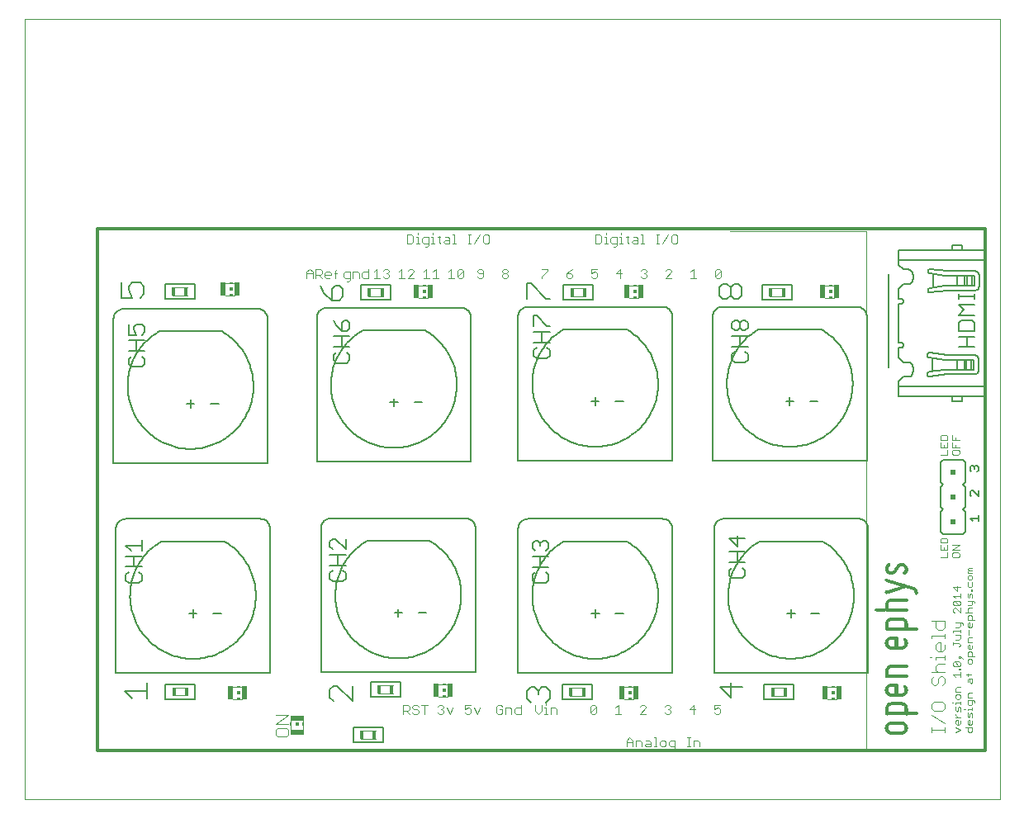
<source format=gto>
G75*
%MOIN*%
%OFA0B0*%
%FSLAX24Y24*%
%IPPOS*%
%LPD*%
%AMOC8*
5,1,8,0,0,1.08239X$1,22.5*
%
%ADD10C,0.0000*%
%ADD11C,0.0030*%
%ADD12C,0.0040*%
%ADD13C,0.0080*%
%ADD14C,0.0060*%
%ADD15C,0.0120*%
%ADD16C,0.0050*%
%ADD17R,0.0120X0.0320*%
%ADD18R,0.0010X0.0040*%
%ADD19R,0.0010X0.0050*%
%ADD20R,0.0010X0.0070*%
%ADD21R,0.0010X0.0120*%
%ADD22R,0.0010X0.0100*%
%ADD23R,0.0010X0.0150*%
%ADD24R,0.0010X0.0170*%
%ADD25R,0.0010X0.0200*%
%ADD26R,0.0010X0.0210*%
%ADD27R,0.0010X0.0230*%
%ADD28R,0.0010X0.0240*%
%ADD29R,0.0010X0.0250*%
%ADD30R,0.0010X0.0140*%
%ADD31R,0.0010X0.0130*%
%ADD32R,0.0010X0.0290*%
%ADD33R,0.0010X0.0110*%
%ADD34R,0.0010X0.0340*%
%ADD35R,0.0010X0.0180*%
%ADD36R,0.0010X0.0360*%
%ADD37R,0.0010X0.0090*%
%ADD38R,0.0010X0.0220*%
%ADD39R,0.0010X0.0380*%
%ADD40R,0.0010X0.0280*%
%ADD41R,0.0010X0.0400*%
%ADD42R,0.0010X0.0310*%
%ADD43R,0.0010X0.0410*%
%ADD44R,0.0010X0.0330*%
%ADD45R,0.0010X0.0430*%
%ADD46R,0.0010X0.0350*%
%ADD47R,0.0010X0.0440*%
%ADD48R,0.0010X0.0370*%
%ADD49R,0.0010X0.0450*%
%ADD50R,0.0010X0.0390*%
%ADD51R,0.0010X0.0460*%
%ADD52R,0.0010X0.0470*%
%ADD53R,0.0010X0.0420*%
%ADD54R,0.0010X0.0190*%
%ADD55R,0.0010X0.0160*%
%ADD56R,0.0010X0.0060*%
%ADD57R,0.0010X0.0010*%
%ADD58R,0.0010X0.0030*%
%ADD59R,0.0010X0.0490*%
%ADD60R,0.0010X0.0500*%
%ADD61R,0.0010X0.0510*%
%ADD62R,0.0010X0.0080*%
%ADD63R,0.0010X0.0260*%
%ADD64R,0.0010X0.0320*%
%ADD65R,0.0240X0.0240*%
%ADD66R,0.0118X0.0059*%
%ADD67R,0.0118X0.0118*%
%ADD68R,0.0236X0.0531*%
%ADD69R,0.0059X0.0118*%
%ADD70R,0.0531X0.0236*%
D10*
X000100Y000100D02*
X000100Y031596D01*
X039470Y031596D01*
X039470Y000100D01*
X000100Y000100D01*
X028580Y023037D02*
X034080Y023037D01*
X034080Y002037D01*
X029080Y002037D01*
D11*
X027347Y002234D02*
X027347Y002419D01*
X027285Y002481D01*
X027100Y002481D01*
X027100Y002234D01*
X026978Y002234D02*
X026855Y002234D01*
X026916Y002234D02*
X026916Y002604D01*
X026855Y002604D02*
X026978Y002604D01*
X026365Y002481D02*
X026365Y002172D01*
X026303Y002111D01*
X026242Y002111D01*
X026180Y002234D02*
X026118Y002296D01*
X026118Y002419D01*
X026180Y002481D01*
X026365Y002481D01*
X026365Y002234D02*
X026180Y002234D01*
X025997Y002296D02*
X025997Y002419D01*
X025935Y002481D01*
X025811Y002481D01*
X025750Y002419D01*
X025750Y002296D01*
X025811Y002234D01*
X025935Y002234D01*
X025997Y002296D01*
X025628Y002234D02*
X025504Y002234D01*
X025566Y002234D02*
X025566Y002604D01*
X025504Y002604D01*
X025321Y002481D02*
X025383Y002419D01*
X025383Y002234D01*
X025198Y002234D01*
X025136Y002296D01*
X025198Y002357D01*
X025383Y002357D01*
X025321Y002481D02*
X025198Y002481D01*
X025014Y002419D02*
X025014Y002234D01*
X025014Y002419D02*
X024953Y002481D01*
X024768Y002481D01*
X024768Y002234D01*
X024646Y002234D02*
X024646Y002481D01*
X024523Y002604D01*
X024399Y002481D01*
X024399Y002234D01*
X024399Y002419D02*
X024646Y002419D01*
X024945Y003552D02*
X025192Y003799D01*
X025192Y003861D01*
X025130Y003922D01*
X025007Y003922D01*
X024945Y003861D01*
X024945Y003552D02*
X025192Y003552D01*
X025945Y003614D02*
X026007Y003552D01*
X026130Y003552D01*
X026192Y003614D01*
X026192Y003675D01*
X026130Y003737D01*
X026069Y003737D01*
X026130Y003737D02*
X026192Y003799D01*
X026192Y003861D01*
X026130Y003922D01*
X026007Y003922D01*
X025945Y003861D01*
X026945Y003737D02*
X027192Y003737D01*
X027130Y003552D02*
X027130Y003922D01*
X026945Y003737D01*
X027945Y003737D02*
X028069Y003799D01*
X028130Y003799D01*
X028192Y003737D01*
X028192Y003614D01*
X028130Y003552D01*
X028007Y003552D01*
X027945Y003614D01*
X027945Y003737D02*
X027945Y003922D01*
X028192Y003922D01*
X024192Y003552D02*
X023945Y003552D01*
X024069Y003552D02*
X024069Y003922D01*
X023945Y003799D01*
X023192Y003861D02*
X023192Y003614D01*
X023130Y003552D01*
X023007Y003552D01*
X022945Y003614D01*
X023192Y003861D01*
X023130Y003922D01*
X023007Y003922D01*
X022945Y003861D01*
X022945Y003614D01*
X021588Y003552D02*
X021588Y003737D01*
X021526Y003799D01*
X021341Y003799D01*
X021341Y003552D01*
X021219Y003552D02*
X021096Y003552D01*
X021157Y003552D02*
X021157Y003799D01*
X021096Y003799D01*
X021157Y003922D02*
X021157Y003984D01*
X020974Y003922D02*
X020974Y003675D01*
X020851Y003552D01*
X020727Y003675D01*
X020727Y003922D01*
X020133Y003922D02*
X020133Y003552D01*
X019948Y003552D01*
X019886Y003614D01*
X019886Y003737D01*
X019948Y003799D01*
X020133Y003799D01*
X019764Y003737D02*
X019764Y003552D01*
X019764Y003737D02*
X019703Y003799D01*
X019518Y003799D01*
X019518Y003552D01*
X019396Y003614D02*
X019396Y003737D01*
X019273Y003737D01*
X019396Y003614D02*
X019334Y003552D01*
X019211Y003552D01*
X019149Y003614D01*
X019149Y003861D01*
X019211Y003922D01*
X019334Y003922D01*
X019396Y003861D01*
X018493Y003799D02*
X018369Y003552D01*
X018246Y003799D01*
X018124Y003737D02*
X018124Y003614D01*
X018062Y003552D01*
X017939Y003552D01*
X017877Y003614D01*
X017877Y003737D02*
X018001Y003799D01*
X018062Y003799D01*
X018124Y003737D01*
X018124Y003922D02*
X017877Y003922D01*
X017877Y003737D01*
X017393Y003799D02*
X017269Y003552D01*
X017146Y003799D01*
X017024Y003799D02*
X017024Y003861D01*
X016962Y003922D01*
X016839Y003922D01*
X016777Y003861D01*
X016901Y003737D02*
X016962Y003737D01*
X017024Y003675D01*
X017024Y003614D01*
X016962Y003552D01*
X016839Y003552D01*
X016777Y003614D01*
X016962Y003737D02*
X017024Y003799D01*
X016375Y003922D02*
X016128Y003922D01*
X016251Y003922D02*
X016251Y003552D01*
X016007Y003614D02*
X015945Y003552D01*
X015821Y003552D01*
X015760Y003614D01*
X015638Y003552D02*
X015515Y003675D01*
X015576Y003675D02*
X015391Y003675D01*
X015391Y003552D02*
X015391Y003922D01*
X015576Y003922D01*
X015638Y003861D01*
X015638Y003737D01*
X015576Y003675D01*
X015760Y003799D02*
X015821Y003737D01*
X015945Y003737D01*
X016007Y003675D01*
X016007Y003614D01*
X016007Y003861D02*
X015945Y003922D01*
X015821Y003922D01*
X015760Y003861D01*
X015760Y003799D01*
X037067Y009879D02*
X037357Y009879D01*
X037357Y010072D01*
X037357Y010173D02*
X037067Y010173D01*
X037067Y010367D01*
X037067Y010468D02*
X037067Y010613D01*
X037115Y010662D01*
X037309Y010662D01*
X037357Y010613D01*
X037357Y010468D01*
X037067Y010468D01*
X037212Y010270D02*
X037212Y010173D01*
X037357Y010173D02*
X037357Y010367D01*
X037547Y010367D02*
X037837Y010367D01*
X037547Y010173D01*
X037837Y010173D01*
X037789Y010072D02*
X037595Y010072D01*
X037547Y010024D01*
X037547Y009927D01*
X037595Y009879D01*
X037789Y009879D01*
X037837Y009927D01*
X037837Y010024D01*
X037789Y010072D01*
X038215Y009454D02*
X038360Y009454D01*
X038360Y009358D02*
X038215Y009358D01*
X038167Y009406D01*
X038215Y009454D01*
X038215Y009358D02*
X038167Y009309D01*
X038167Y009261D01*
X038360Y009261D01*
X038312Y009160D02*
X038215Y009160D01*
X038167Y009111D01*
X038167Y009015D01*
X038215Y008966D01*
X038312Y008966D01*
X038360Y009015D01*
X038360Y009111D01*
X038312Y009160D01*
X038360Y008865D02*
X038360Y008720D01*
X038312Y008672D01*
X038215Y008672D01*
X038167Y008720D01*
X038167Y008865D01*
X038312Y008573D02*
X038360Y008573D01*
X038360Y008524D01*
X038312Y008524D01*
X038312Y008573D01*
X038312Y008423D02*
X038263Y008375D01*
X038263Y008278D01*
X038215Y008230D01*
X038167Y008278D01*
X038167Y008423D01*
X038312Y008423D02*
X038360Y008375D01*
X038360Y008230D01*
X038360Y008128D02*
X038360Y007983D01*
X038312Y007935D01*
X038167Y007935D01*
X038215Y007834D02*
X038360Y007834D01*
X038215Y007834D02*
X038167Y007785D01*
X038167Y007689D01*
X038215Y007640D01*
X038215Y007539D02*
X038312Y007539D01*
X038360Y007491D01*
X038360Y007346D01*
X038457Y007346D02*
X038167Y007346D01*
X038167Y007491D01*
X038215Y007539D01*
X038070Y007640D02*
X038360Y007640D01*
X038457Y008032D02*
X038457Y008080D01*
X038409Y008128D01*
X038167Y008128D01*
X037880Y008080D02*
X037880Y007983D01*
X037832Y007935D01*
X037638Y008128D01*
X037832Y008128D01*
X037880Y008080D01*
X037880Y008230D02*
X037880Y008423D01*
X037880Y008326D02*
X037590Y008326D01*
X037687Y008230D01*
X037638Y008128D02*
X037590Y008080D01*
X037590Y007983D01*
X037638Y007935D01*
X037832Y007935D01*
X037880Y007834D02*
X037880Y007640D01*
X037687Y007834D01*
X037638Y007834D01*
X037590Y007785D01*
X037590Y007689D01*
X037638Y007640D01*
X037687Y007244D02*
X037929Y007244D01*
X037977Y007196D01*
X037977Y007148D01*
X037880Y007099D02*
X037880Y007244D01*
X037880Y007099D02*
X037832Y007051D01*
X037687Y007051D01*
X037590Y006903D02*
X037880Y006903D01*
X037880Y006855D02*
X037880Y006951D01*
X037880Y006753D02*
X037687Y006753D01*
X037590Y006855D02*
X037590Y006903D01*
X037880Y006753D02*
X037880Y006608D01*
X037832Y006560D01*
X037687Y006560D01*
X037590Y006459D02*
X037590Y006362D01*
X037590Y006410D02*
X037832Y006410D01*
X037880Y006362D01*
X037880Y006314D01*
X037832Y006265D01*
X038167Y006312D02*
X038215Y006360D01*
X038263Y006360D01*
X038263Y006167D01*
X038215Y006167D02*
X038167Y006215D01*
X038167Y006312D01*
X038167Y006462D02*
X038167Y006607D01*
X038215Y006655D01*
X038360Y006655D01*
X038215Y006756D02*
X038215Y006950D01*
X038215Y007051D02*
X038167Y007099D01*
X038167Y007196D01*
X038215Y007244D01*
X038263Y007244D01*
X038263Y007051D01*
X038215Y007051D02*
X038312Y007051D01*
X038360Y007099D01*
X038360Y007196D01*
X038360Y006462D02*
X038167Y006462D01*
X038360Y006312D02*
X038360Y006215D01*
X038312Y006167D01*
X038215Y006167D01*
X038215Y006066D02*
X038312Y006066D01*
X038360Y006017D01*
X038360Y005872D01*
X038457Y005872D02*
X038167Y005872D01*
X038167Y006017D01*
X038215Y006066D01*
X038215Y005771D02*
X038167Y005723D01*
X038167Y005626D01*
X038215Y005578D01*
X038312Y005578D01*
X038360Y005626D01*
X038360Y005723D01*
X038312Y005771D01*
X038215Y005771D01*
X037977Y005774D02*
X037880Y005871D01*
X037880Y005822D01*
X037832Y005822D01*
X037832Y005871D01*
X037880Y005871D01*
X037832Y005673D02*
X037638Y005673D01*
X037832Y005479D01*
X037880Y005528D01*
X037880Y005625D01*
X037832Y005673D01*
X037832Y005479D02*
X037638Y005479D01*
X037590Y005528D01*
X037590Y005625D01*
X037638Y005673D01*
X037832Y005381D02*
X037880Y005381D01*
X037880Y005332D01*
X037832Y005332D01*
X037832Y005381D01*
X037880Y005231D02*
X037880Y005037D01*
X037880Y005134D02*
X037590Y005134D01*
X037687Y005037D01*
X037735Y004642D02*
X037880Y004642D01*
X037735Y004642D02*
X037687Y004593D01*
X037687Y004448D01*
X037880Y004448D01*
X037832Y004347D02*
X037735Y004347D01*
X037687Y004299D01*
X037687Y004202D01*
X037735Y004154D01*
X037832Y004154D01*
X037880Y004202D01*
X037880Y004299D01*
X037832Y004347D01*
X037880Y004054D02*
X037880Y003957D01*
X037880Y004005D02*
X037687Y004005D01*
X037687Y003957D01*
X037687Y003856D02*
X037687Y003711D01*
X037735Y003662D01*
X037783Y003711D01*
X037783Y003808D01*
X037832Y003856D01*
X037880Y003808D01*
X037880Y003662D01*
X038022Y003760D02*
X038070Y003760D01*
X038167Y003760D02*
X038360Y003760D01*
X038360Y003712D02*
X038360Y003808D01*
X038312Y003908D02*
X038360Y003956D01*
X038360Y004101D01*
X038409Y004101D02*
X038167Y004101D01*
X038167Y003956D01*
X038215Y003908D01*
X038312Y003908D01*
X038457Y004005D02*
X038457Y004053D01*
X038409Y004101D01*
X038360Y004203D02*
X038167Y004203D01*
X038167Y004348D01*
X038215Y004396D01*
X038360Y004396D01*
X038312Y004792D02*
X038263Y004840D01*
X038263Y004985D01*
X038215Y004985D02*
X038360Y004985D01*
X038360Y004840D01*
X038312Y004792D01*
X038167Y004840D02*
X038167Y004937D01*
X038215Y004985D01*
X038167Y005087D02*
X038167Y005183D01*
X038118Y005135D02*
X038312Y005135D01*
X038360Y005183D01*
X037590Y004005D02*
X037542Y004005D01*
X037687Y003562D02*
X037687Y003514D01*
X037783Y003417D01*
X037687Y003417D02*
X037880Y003417D01*
X037783Y003316D02*
X037783Y003122D01*
X037735Y003122D02*
X037687Y003171D01*
X037687Y003267D01*
X037735Y003316D01*
X037783Y003316D01*
X037880Y003267D02*
X037880Y003171D01*
X037832Y003122D01*
X037735Y003122D01*
X037687Y003021D02*
X037880Y002924D01*
X037687Y002828D01*
X038070Y003021D02*
X038360Y003021D01*
X038360Y002876D01*
X038312Y002828D01*
X038215Y002828D01*
X038167Y002876D01*
X038167Y003021D01*
X038215Y003122D02*
X038167Y003171D01*
X038167Y003267D01*
X038215Y003316D01*
X038263Y003316D01*
X038263Y003122D01*
X038215Y003122D02*
X038312Y003122D01*
X038360Y003171D01*
X038360Y003267D01*
X038360Y003417D02*
X038360Y003562D01*
X038312Y003610D01*
X038263Y003562D01*
X038263Y003465D01*
X038215Y003417D01*
X038167Y003465D01*
X038167Y003610D01*
X038167Y003712D02*
X038167Y003760D01*
X037735Y008524D02*
X037735Y008718D01*
X037880Y008669D02*
X037590Y008669D01*
X037735Y008524D01*
X037789Y014028D02*
X037595Y014028D01*
X037547Y014077D01*
X037547Y014174D01*
X037595Y014222D01*
X037789Y014222D01*
X037837Y014174D01*
X037837Y014077D01*
X037789Y014028D01*
X037837Y014323D02*
X037547Y014323D01*
X037547Y014517D01*
X037547Y014618D02*
X037547Y014811D01*
X037692Y014714D02*
X037692Y014618D01*
X037837Y014618D02*
X037547Y014618D01*
X037357Y014618D02*
X037357Y014763D01*
X037309Y014811D01*
X037115Y014811D01*
X037067Y014763D01*
X037067Y014618D01*
X037357Y014618D01*
X037357Y014517D02*
X037357Y014323D01*
X037067Y014323D01*
X037067Y014517D01*
X037212Y014420D02*
X037212Y014323D01*
X037357Y014222D02*
X037357Y014028D01*
X037067Y014028D01*
X037692Y014323D02*
X037692Y014420D01*
X028224Y021214D02*
X028162Y021152D01*
X028039Y021152D01*
X027977Y021214D01*
X028224Y021461D01*
X028224Y021214D01*
X028224Y021461D02*
X028162Y021522D01*
X028039Y021522D01*
X027977Y021461D01*
X027977Y021214D01*
X027224Y021152D02*
X026977Y021152D01*
X027100Y021152D02*
X027100Y021522D01*
X026977Y021399D01*
X026224Y021399D02*
X026224Y021461D01*
X026162Y021522D01*
X026039Y021522D01*
X025977Y021461D01*
X026224Y021399D02*
X025977Y021152D01*
X026224Y021152D01*
X025224Y021214D02*
X025162Y021152D01*
X025039Y021152D01*
X024977Y021214D01*
X025100Y021337D02*
X025162Y021337D01*
X025224Y021275D01*
X025224Y021214D01*
X025162Y021337D02*
X025224Y021399D01*
X025224Y021461D01*
X025162Y021522D01*
X025039Y021522D01*
X024977Y021461D01*
X024224Y021337D02*
X023977Y021337D01*
X024162Y021522D01*
X024162Y021152D01*
X023224Y021214D02*
X023162Y021152D01*
X023039Y021152D01*
X022977Y021214D01*
X022977Y021337D02*
X023100Y021399D01*
X023162Y021399D01*
X023224Y021337D01*
X023224Y021214D01*
X022977Y021337D02*
X022977Y021522D01*
X023224Y021522D01*
X022224Y021522D02*
X022100Y021461D01*
X021977Y021337D01*
X022162Y021337D01*
X022224Y021275D01*
X022224Y021214D01*
X022162Y021152D01*
X022039Y021152D01*
X021977Y021214D01*
X021977Y021337D01*
X021224Y021461D02*
X020977Y021214D01*
X020977Y021152D01*
X020977Y021522D02*
X021224Y021522D01*
X021224Y021461D01*
X019624Y021461D02*
X019624Y021399D01*
X019562Y021337D01*
X019439Y021337D01*
X019377Y021399D01*
X019377Y021461D01*
X019439Y021522D01*
X019562Y021522D01*
X019624Y021461D01*
X019562Y021337D02*
X019624Y021275D01*
X019624Y021214D01*
X019562Y021152D01*
X019439Y021152D01*
X019377Y021214D01*
X019377Y021275D01*
X019439Y021337D01*
X018624Y021337D02*
X018439Y021337D01*
X018377Y021399D01*
X018377Y021461D01*
X018439Y021522D01*
X018562Y021522D01*
X018624Y021461D01*
X018624Y021214D01*
X018562Y021152D01*
X018439Y021152D01*
X018377Y021214D01*
X017824Y021214D02*
X017762Y021152D01*
X017639Y021152D01*
X017577Y021214D01*
X017824Y021461D01*
X017824Y021214D01*
X017824Y021461D02*
X017762Y021522D01*
X017639Y021522D01*
X017577Y021461D01*
X017577Y021214D01*
X017456Y021152D02*
X017209Y021152D01*
X017332Y021152D02*
X017332Y021522D01*
X017209Y021399D01*
X016824Y021152D02*
X016577Y021152D01*
X016456Y021152D02*
X016209Y021152D01*
X016332Y021152D02*
X016332Y021522D01*
X016209Y021399D01*
X016577Y021399D02*
X016700Y021522D01*
X016700Y021152D01*
X015824Y021152D02*
X015577Y021152D01*
X015824Y021399D01*
X015824Y021461D01*
X015762Y021522D01*
X015639Y021522D01*
X015577Y021461D01*
X015332Y021522D02*
X015332Y021152D01*
X015209Y021152D02*
X015456Y021152D01*
X015209Y021399D02*
X015332Y021522D01*
X014824Y021461D02*
X014824Y021399D01*
X014762Y021337D01*
X014824Y021275D01*
X014824Y021214D01*
X014762Y021152D01*
X014639Y021152D01*
X014577Y021214D01*
X014456Y021152D02*
X014209Y021152D01*
X014332Y021152D02*
X014332Y021522D01*
X014209Y021399D01*
X013974Y021399D02*
X013789Y021399D01*
X013727Y021337D01*
X013727Y021214D01*
X013789Y021152D01*
X013974Y021152D01*
X013974Y021522D01*
X013606Y021337D02*
X013606Y021152D01*
X013606Y021337D02*
X013544Y021399D01*
X013359Y021399D01*
X013359Y021152D01*
X013237Y021152D02*
X013052Y021152D01*
X012990Y021214D01*
X012990Y021337D01*
X013052Y021399D01*
X013237Y021399D01*
X013237Y021090D01*
X013176Y021029D01*
X013114Y021029D01*
X012723Y021337D02*
X012600Y021337D01*
X012478Y021337D02*
X012478Y021275D01*
X012231Y021275D01*
X012231Y021214D02*
X012231Y021337D01*
X012293Y021399D01*
X012417Y021399D01*
X012478Y021337D01*
X012417Y021152D02*
X012293Y021152D01*
X012231Y021214D01*
X012110Y021152D02*
X011987Y021275D01*
X012048Y021275D02*
X011863Y021275D01*
X011863Y021152D02*
X011863Y021522D01*
X012048Y021522D01*
X012110Y021461D01*
X012110Y021337D01*
X012048Y021275D01*
X011742Y021337D02*
X011495Y021337D01*
X011495Y021399D02*
X011618Y021522D01*
X011742Y021399D01*
X011742Y021152D01*
X011495Y021152D02*
X011495Y021399D01*
X012661Y021461D02*
X012661Y021152D01*
X012661Y021461D02*
X012723Y021522D01*
X014577Y021461D02*
X014639Y021522D01*
X014762Y021522D01*
X014824Y021461D01*
X014762Y021337D02*
X014700Y021337D01*
X015545Y022552D02*
X015730Y022552D01*
X015792Y022614D01*
X015792Y022861D01*
X015730Y022922D01*
X015545Y022922D01*
X015545Y022552D01*
X015914Y022552D02*
X016037Y022552D01*
X015975Y022552D02*
X015975Y022799D01*
X015914Y022799D01*
X015975Y022922D02*
X015975Y022984D01*
X016221Y022799D02*
X016159Y022737D01*
X016159Y022614D01*
X016221Y022552D01*
X016406Y022552D01*
X016406Y022490D02*
X016406Y022799D01*
X016221Y022799D01*
X016527Y022799D02*
X016589Y022799D01*
X016589Y022552D01*
X016527Y022552D02*
X016651Y022552D01*
X016835Y022614D02*
X016896Y022552D01*
X016835Y022614D02*
X016835Y022861D01*
X016896Y022799D02*
X016773Y022799D01*
X016589Y022922D02*
X016589Y022984D01*
X017019Y022614D02*
X017080Y022675D01*
X017265Y022675D01*
X017265Y022737D02*
X017265Y022552D01*
X017080Y022552D01*
X017019Y022614D01*
X017080Y022799D02*
X017204Y022799D01*
X017265Y022737D01*
X017387Y022552D02*
X017510Y022552D01*
X017449Y022552D02*
X017449Y022922D01*
X017387Y022922D01*
X018001Y022922D02*
X018124Y022922D01*
X018062Y022922D02*
X018062Y022552D01*
X018001Y022552D02*
X018124Y022552D01*
X018246Y022552D02*
X018493Y022922D01*
X018615Y022861D02*
X018615Y022614D01*
X018676Y022552D01*
X018800Y022552D01*
X018861Y022614D01*
X018861Y022861D01*
X018800Y022922D01*
X018676Y022922D01*
X018615Y022861D01*
X016406Y022490D02*
X016344Y022429D01*
X016283Y022429D01*
X023145Y022552D02*
X023330Y022552D01*
X023392Y022614D01*
X023392Y022861D01*
X023330Y022922D01*
X023145Y022922D01*
X023145Y022552D01*
X023514Y022552D02*
X023637Y022552D01*
X023575Y022552D02*
X023575Y022799D01*
X023514Y022799D01*
X023575Y022922D02*
X023575Y022984D01*
X023821Y022799D02*
X023759Y022737D01*
X023759Y022614D01*
X023821Y022552D01*
X024006Y022552D01*
X024006Y022490D02*
X024006Y022799D01*
X023821Y022799D01*
X024127Y022799D02*
X024189Y022799D01*
X024189Y022552D01*
X024127Y022552D02*
X024251Y022552D01*
X024435Y022614D02*
X024496Y022552D01*
X024435Y022614D02*
X024435Y022861D01*
X024496Y022799D02*
X024373Y022799D01*
X024189Y022922D02*
X024189Y022984D01*
X024680Y022799D02*
X024804Y022799D01*
X024865Y022737D01*
X024865Y022552D01*
X024680Y022552D01*
X024619Y022614D01*
X024680Y022675D01*
X024865Y022675D01*
X024987Y022552D02*
X025110Y022552D01*
X025049Y022552D02*
X025049Y022922D01*
X024987Y022922D01*
X025601Y022922D02*
X025724Y022922D01*
X025662Y022922D02*
X025662Y022552D01*
X025601Y022552D02*
X025724Y022552D01*
X025846Y022552D02*
X026093Y022922D01*
X026215Y022861D02*
X026215Y022614D01*
X026276Y022552D01*
X026400Y022552D01*
X026461Y022614D01*
X026461Y022861D01*
X026400Y022922D01*
X026276Y022922D01*
X026215Y022861D01*
X024006Y022490D02*
X023944Y022429D01*
X023883Y022429D01*
D12*
X024523Y020846D02*
X024877Y020846D01*
X024877Y020354D02*
X024513Y020354D01*
X022765Y020421D02*
X022165Y020421D01*
X022165Y020741D02*
X022765Y020741D01*
X016377Y020846D02*
X016023Y020846D01*
X016013Y020354D02*
X016377Y020354D01*
X014581Y020429D02*
X013981Y020429D01*
X013981Y020749D02*
X014581Y020749D01*
X008577Y020946D02*
X008223Y020946D01*
X008213Y020454D02*
X008577Y020454D01*
X006668Y020452D02*
X006068Y020452D01*
X006068Y020772D02*
X006668Y020772D01*
X006695Y004618D02*
X006095Y004618D01*
X006095Y004298D02*
X006695Y004298D01*
X008513Y004154D02*
X008877Y004154D01*
X008877Y004646D02*
X008523Y004646D01*
X010239Y003499D02*
X010760Y003499D01*
X010239Y003152D01*
X010760Y003152D01*
X010854Y003277D02*
X010854Y002923D01*
X010760Y002897D02*
X010673Y002983D01*
X010326Y002983D01*
X010239Y002897D01*
X010239Y002723D01*
X010326Y002636D01*
X010673Y002636D01*
X010760Y002723D01*
X010760Y002897D01*
X011346Y002913D02*
X011346Y003277D01*
X013670Y002874D02*
X014270Y002874D01*
X014270Y002554D02*
X013670Y002554D01*
X014370Y004394D02*
X014970Y004394D01*
X014970Y004714D02*
X014370Y004714D01*
X016823Y004746D02*
X017177Y004746D01*
X017177Y004254D02*
X016813Y004254D01*
X022113Y004278D02*
X022713Y004278D01*
X022713Y004598D02*
X022113Y004598D01*
X024323Y004646D02*
X024677Y004646D01*
X024677Y004154D02*
X024313Y004154D01*
X030260Y004285D02*
X030860Y004285D01*
X030860Y004605D02*
X030260Y004605D01*
X032523Y004646D02*
X032877Y004646D01*
X032877Y004154D02*
X032513Y004154D01*
X036722Y003947D02*
X036722Y003774D01*
X036808Y003687D01*
X037155Y003687D01*
X037242Y003774D01*
X037242Y003947D01*
X037155Y004034D01*
X036808Y004034D01*
X036722Y003947D01*
X036722Y003518D02*
X037242Y003171D01*
X037242Y003001D02*
X037242Y002828D01*
X037242Y002914D02*
X036722Y002914D01*
X036722Y002828D02*
X036722Y003001D01*
X036808Y004718D02*
X036895Y004718D01*
X036982Y004805D01*
X036982Y004979D01*
X037068Y005065D01*
X037155Y005065D01*
X037242Y004979D01*
X037242Y004805D01*
X037155Y004718D01*
X036808Y004718D02*
X036722Y004805D01*
X036722Y004979D01*
X036808Y005065D01*
X036722Y005234D02*
X037242Y005234D01*
X036982Y005234D02*
X036895Y005321D01*
X036895Y005494D01*
X036982Y005581D01*
X037242Y005581D01*
X037242Y005750D02*
X037242Y005923D01*
X037242Y005836D02*
X036895Y005836D01*
X036895Y005750D01*
X036722Y005836D02*
X036635Y005836D01*
X036895Y006180D02*
X036895Y006354D01*
X036982Y006440D01*
X037068Y006440D01*
X037068Y006093D01*
X036982Y006093D02*
X036895Y006180D01*
X036982Y006093D02*
X037155Y006093D01*
X037242Y006180D01*
X037242Y006354D01*
X037242Y006609D02*
X037242Y006782D01*
X037242Y006696D02*
X036722Y006696D01*
X036722Y006609D01*
X036982Y006953D02*
X036895Y007040D01*
X036895Y007300D01*
X036722Y007300D02*
X037242Y007300D01*
X037242Y007040D01*
X037155Y006953D01*
X036982Y006953D01*
X032777Y020354D02*
X032413Y020354D01*
X032423Y020846D02*
X032777Y020846D01*
X030785Y020741D02*
X030185Y020741D01*
X030185Y020421D02*
X030785Y020421D01*
D13*
X029064Y020456D02*
X028910Y020303D01*
X028757Y020303D01*
X028604Y020456D01*
X028604Y020763D01*
X028757Y020916D01*
X028910Y020916D01*
X029064Y020763D01*
X029064Y020456D01*
X028604Y020456D02*
X028450Y020303D01*
X028297Y020303D01*
X028143Y020456D01*
X028143Y020763D01*
X028297Y020916D01*
X028450Y020916D01*
X028604Y020763D01*
X021314Y020319D02*
X021161Y020319D01*
X020547Y020933D01*
X020393Y020933D01*
X020393Y020319D01*
X012965Y020398D02*
X012811Y020244D01*
X012504Y020244D01*
X012504Y020705D01*
X012658Y020858D01*
X012811Y020858D01*
X012965Y020705D01*
X012965Y020398D01*
X012504Y020244D02*
X012197Y020551D01*
X012044Y020858D01*
X004920Y020817D02*
X004920Y020510D01*
X004766Y020357D01*
X004459Y020357D02*
X004306Y020664D01*
X004306Y020817D01*
X004459Y020971D01*
X004766Y020971D01*
X004920Y020817D01*
X004459Y020357D02*
X003999Y020357D01*
X003999Y020971D01*
X005062Y004798D02*
X005062Y004185D01*
X005062Y004491D02*
X004141Y004491D01*
X004448Y004185D01*
X012414Y004228D02*
X012568Y004074D01*
X012414Y004228D02*
X012414Y004535D01*
X012568Y004688D01*
X012721Y004688D01*
X013335Y004074D01*
X013335Y004688D01*
X020384Y004489D02*
X020384Y004182D01*
X020537Y004029D01*
X020844Y004336D02*
X020844Y004489D01*
X020998Y004643D01*
X021151Y004643D01*
X021305Y004489D01*
X021305Y004182D01*
X021151Y004029D01*
X020844Y004489D02*
X020691Y004643D01*
X020537Y004643D01*
X020384Y004489D01*
X028168Y004657D02*
X028628Y004196D01*
X028628Y004810D01*
X028168Y004657D02*
X029089Y004657D01*
D14*
X029090Y009031D02*
X028663Y009031D01*
X028557Y009138D01*
X028557Y009351D01*
X028663Y009458D01*
X028557Y009676D02*
X029197Y009676D01*
X029090Y009458D02*
X029197Y009351D01*
X029197Y009138D01*
X029090Y009031D01*
X028877Y009676D02*
X028877Y010103D01*
X028877Y010320D02*
X028877Y010747D01*
X029197Y010640D02*
X028557Y010640D01*
X028877Y010320D01*
X028557Y010103D02*
X029197Y010103D01*
X037081Y010913D02*
X037081Y011713D01*
X037181Y011813D01*
X037081Y011913D01*
X037081Y012713D01*
X037181Y012813D01*
X037081Y012913D01*
X037081Y013713D01*
X037181Y013813D01*
X037981Y013813D01*
X038081Y013713D01*
X038081Y012913D01*
X037981Y012813D01*
X038081Y012713D01*
X038081Y011913D01*
X037981Y011813D01*
X038081Y011713D01*
X038081Y010913D01*
X037981Y010813D01*
X037181Y010813D01*
X037081Y010913D01*
X029300Y017852D02*
X029193Y017746D01*
X028766Y017746D01*
X028659Y017852D01*
X028659Y018066D01*
X028766Y018173D01*
X028659Y018390D02*
X029300Y018390D01*
X029193Y018173D02*
X029300Y018066D01*
X029300Y017852D01*
X028979Y018390D02*
X028979Y018817D01*
X028872Y019035D02*
X028766Y019035D01*
X028659Y019141D01*
X028659Y019355D01*
X028766Y019462D01*
X028872Y019462D01*
X028979Y019355D01*
X028979Y019141D01*
X028872Y019035D01*
X028979Y019141D02*
X029086Y019035D01*
X029193Y019035D01*
X029300Y019141D01*
X029300Y019355D01*
X029193Y019462D01*
X029086Y019462D01*
X028979Y019355D01*
X028659Y018817D02*
X029300Y018817D01*
X021300Y018986D02*
X020659Y018986D01*
X020659Y019204D02*
X020659Y019631D01*
X020766Y019631D01*
X021193Y019204D01*
X021300Y019204D01*
X020979Y018986D02*
X020979Y018559D01*
X020766Y018342D02*
X020659Y018235D01*
X020659Y018022D01*
X020766Y017915D01*
X021193Y017915D01*
X021300Y018022D01*
X021300Y018235D01*
X021193Y018342D01*
X021300Y018559D02*
X020659Y018559D01*
X013225Y018372D02*
X012584Y018372D01*
X012691Y018155D02*
X012584Y018048D01*
X012584Y017835D01*
X012691Y017728D01*
X013118Y017728D01*
X013225Y017835D01*
X013225Y018048D01*
X013118Y018155D01*
X012904Y018372D02*
X012904Y018799D01*
X012904Y019017D02*
X012904Y019337D01*
X013011Y019444D01*
X013118Y019444D01*
X013225Y019337D01*
X013225Y019124D01*
X013118Y019017D01*
X012904Y019017D01*
X012691Y019230D01*
X012584Y019444D01*
X012584Y018799D02*
X013225Y018799D01*
X004951Y018640D02*
X004311Y018640D01*
X004311Y018857D02*
X004631Y018857D01*
X004524Y019071D01*
X004524Y019178D01*
X004631Y019285D01*
X004844Y019285D01*
X004951Y019178D01*
X004951Y018964D01*
X004844Y018857D01*
X004631Y018640D02*
X004631Y018213D01*
X004844Y017995D02*
X004951Y017889D01*
X004951Y017675D01*
X004844Y017568D01*
X004417Y017568D01*
X004311Y017675D01*
X004311Y017889D01*
X004417Y017995D01*
X004311Y018213D02*
X004951Y018213D01*
X004311Y018857D02*
X004311Y019285D01*
X004837Y010570D02*
X004837Y010143D01*
X004837Y010356D02*
X004196Y010356D01*
X004410Y010143D01*
X004517Y009925D02*
X004517Y009498D01*
X004730Y009281D02*
X004837Y009174D01*
X004837Y008961D01*
X004730Y008854D01*
X004303Y008854D01*
X004196Y008961D01*
X004196Y009174D01*
X004303Y009281D01*
X004196Y009498D02*
X004837Y009498D01*
X004837Y009925D02*
X004196Y009925D01*
X012427Y009982D02*
X013067Y009982D01*
X013067Y010200D02*
X012640Y010627D01*
X012533Y010627D01*
X012427Y010520D01*
X012427Y010307D01*
X012533Y010200D01*
X012747Y009982D02*
X012747Y009555D01*
X012960Y009338D02*
X013067Y009231D01*
X013067Y009018D01*
X012960Y008911D01*
X012533Y008911D01*
X012427Y009018D01*
X012427Y009231D01*
X012533Y009338D01*
X012427Y009555D02*
X013067Y009555D01*
X013067Y010200D02*
X013067Y010627D01*
X020608Y010453D02*
X020715Y010560D01*
X020821Y010560D01*
X020928Y010453D01*
X021035Y010560D01*
X021142Y010560D01*
X021248Y010453D01*
X021248Y010240D01*
X021142Y010133D01*
X021248Y009916D02*
X020608Y009916D01*
X020715Y010133D02*
X020608Y010240D01*
X020608Y010453D01*
X020928Y010453D02*
X020928Y010347D01*
X020928Y009916D02*
X020928Y009489D01*
X020715Y009271D02*
X020608Y009164D01*
X020608Y008951D01*
X020715Y008844D01*
X021142Y008844D01*
X021248Y008951D01*
X021248Y009164D01*
X021142Y009271D01*
X021248Y009489D02*
X020608Y009489D01*
X037815Y018366D02*
X038456Y018366D01*
X038136Y018366D02*
X038136Y018793D01*
X038456Y018793D02*
X037815Y018793D01*
X037815Y019011D02*
X037815Y019331D01*
X037922Y019438D01*
X038349Y019438D01*
X038456Y019331D01*
X038456Y019011D01*
X037815Y019011D01*
X037815Y019655D02*
X038029Y019869D01*
X037815Y020082D01*
X038456Y020082D01*
X038456Y020300D02*
X038456Y020513D01*
X038456Y020407D02*
X037815Y020407D01*
X037815Y020513D02*
X037815Y020300D01*
X037815Y019655D02*
X038456Y019655D01*
D15*
X038880Y023131D02*
X038880Y002069D01*
X003053Y002069D01*
X003053Y023131D01*
X038880Y023131D01*
D16*
X038919Y022285D02*
X037935Y022285D01*
X037935Y022482D01*
X037541Y022482D01*
X037541Y022285D01*
X035376Y022285D01*
X035376Y021891D01*
X038919Y021891D01*
X038919Y022285D01*
X038919Y021891D02*
X038919Y016773D01*
X035376Y016773D01*
X035376Y016380D01*
X037541Y016380D01*
X037541Y016183D01*
X037935Y016183D01*
X037935Y016380D01*
X038919Y016380D01*
X038919Y016773D01*
X038427Y017265D02*
X037344Y017265D01*
X036645Y017178D01*
X036628Y017177D01*
X036612Y017181D01*
X036596Y017187D01*
X036583Y017197D01*
X036571Y017209D01*
X036563Y017224D01*
X036558Y017239D01*
X036556Y017256D01*
X036557Y017256D02*
X036557Y017295D01*
X036556Y017295D02*
X036558Y017311D01*
X036562Y017326D01*
X036570Y017340D01*
X036581Y017353D01*
X036594Y017362D01*
X036608Y017369D01*
X036624Y017373D01*
X037246Y017462D01*
X037738Y017462D01*
X037738Y017856D01*
X037246Y017856D01*
X036624Y017945D01*
X036608Y017949D01*
X036594Y017956D01*
X036581Y017965D01*
X036570Y017978D01*
X036562Y017992D01*
X036558Y018007D01*
X036556Y018023D01*
X036557Y018023D02*
X036557Y018062D01*
X036556Y018062D02*
X036558Y018079D01*
X036563Y018094D01*
X036571Y018109D01*
X036583Y018121D01*
X036596Y018131D01*
X036612Y018137D01*
X036628Y018141D01*
X036645Y018140D01*
X037344Y018053D01*
X038427Y018053D01*
X038453Y018051D01*
X038478Y018046D01*
X038502Y018038D01*
X038526Y018027D01*
X038547Y018012D01*
X038566Y017995D01*
X038583Y017976D01*
X038598Y017955D01*
X038609Y017931D01*
X038617Y017907D01*
X038622Y017882D01*
X038624Y017856D01*
X038624Y017462D01*
X038427Y017462D02*
X038427Y017856D01*
X038328Y017856D01*
X038328Y017462D01*
X038427Y017462D01*
X038427Y017265D02*
X038453Y017267D01*
X038478Y017272D01*
X038502Y017280D01*
X038526Y017291D01*
X038547Y017306D01*
X038566Y017323D01*
X038583Y017342D01*
X038598Y017364D01*
X038609Y017387D01*
X038617Y017411D01*
X038622Y017436D01*
X038624Y017462D01*
X038328Y017462D02*
X038131Y017462D01*
X038131Y017856D01*
X038033Y017856D01*
X038033Y017462D01*
X038131Y017462D01*
X038033Y017462D02*
X037738Y017462D01*
X037738Y017856D02*
X038033Y017856D01*
X038131Y017856D02*
X038328Y017856D01*
X036754Y017915D02*
X036754Y017403D01*
X035966Y017364D02*
X035966Y017561D01*
X035964Y017587D01*
X035959Y017612D01*
X035951Y017636D01*
X035940Y017660D01*
X035925Y017681D01*
X035908Y017700D01*
X035889Y017717D01*
X035868Y017732D01*
X035844Y017743D01*
X035820Y017751D01*
X035795Y017756D01*
X035769Y017758D01*
X035769Y017757D02*
X035572Y017757D01*
X035376Y017954D01*
X035376Y018348D01*
X035494Y018348D01*
X035509Y018350D01*
X035524Y018354D01*
X035538Y018361D01*
X035550Y018371D01*
X035560Y018383D01*
X035567Y018397D01*
X035571Y018412D01*
X035573Y018427D01*
X035572Y018427D02*
X035572Y018466D01*
X035573Y018466D02*
X035571Y018481D01*
X035567Y018496D01*
X035560Y018510D01*
X035550Y018522D01*
X035538Y018532D01*
X035524Y018539D01*
X035509Y018543D01*
X035494Y018545D01*
X035376Y018545D01*
X035376Y020120D01*
X035494Y020120D01*
X035494Y020119D02*
X035509Y020121D01*
X035524Y020125D01*
X035538Y020132D01*
X035550Y020142D01*
X035560Y020154D01*
X035567Y020168D01*
X035571Y020183D01*
X035573Y020198D01*
X035572Y020198D02*
X035572Y020238D01*
X035573Y020238D02*
X035571Y020253D01*
X035567Y020268D01*
X035560Y020282D01*
X035550Y020294D01*
X035538Y020304D01*
X035524Y020311D01*
X035509Y020315D01*
X035494Y020317D01*
X035376Y020317D01*
X035376Y020710D01*
X035572Y020907D01*
X035769Y020907D01*
X035795Y020909D01*
X035820Y020914D01*
X035844Y020922D01*
X035868Y020933D01*
X035889Y020948D01*
X035908Y020965D01*
X035925Y020984D01*
X035940Y021006D01*
X035951Y021029D01*
X035959Y021053D01*
X035964Y021078D01*
X035966Y021104D01*
X035966Y021301D01*
X035964Y021327D01*
X035959Y021352D01*
X035951Y021376D01*
X035940Y021400D01*
X035925Y021421D01*
X035908Y021440D01*
X035889Y021457D01*
X035868Y021472D01*
X035844Y021483D01*
X035820Y021491D01*
X035795Y021496D01*
X035769Y021498D01*
X035572Y021498D01*
X035376Y021694D01*
X035376Y021891D01*
X034982Y021301D02*
X034982Y017561D01*
X035572Y017167D02*
X035769Y017167D01*
X035572Y017167D02*
X035376Y016970D01*
X035376Y016773D01*
X035769Y017167D02*
X035795Y017169D01*
X035820Y017174D01*
X035844Y017182D01*
X035868Y017193D01*
X035889Y017208D01*
X035908Y017225D01*
X035925Y017244D01*
X035940Y017266D01*
X035951Y017289D01*
X035959Y017313D01*
X035964Y017338D01*
X035966Y017364D01*
X037541Y016380D02*
X037935Y016380D01*
X038323Y013564D02*
X038379Y013564D01*
X038436Y013508D01*
X038493Y013564D01*
X038550Y013564D01*
X038606Y013508D01*
X038606Y013394D01*
X038550Y013338D01*
X038436Y013451D02*
X038436Y013508D01*
X038323Y013564D02*
X038266Y013508D01*
X038266Y013394D01*
X038323Y013338D01*
X038323Y012564D02*
X038266Y012508D01*
X038266Y012394D01*
X038323Y012338D01*
X038323Y012564D02*
X038379Y012564D01*
X038606Y012338D01*
X038606Y012564D01*
X038606Y011564D02*
X038606Y011338D01*
X038606Y011451D02*
X038266Y011451D01*
X038379Y011338D01*
X034157Y011041D02*
X034157Y005214D01*
X027936Y005214D01*
X027936Y011041D01*
X027938Y011080D01*
X027944Y011118D01*
X027953Y011155D01*
X027966Y011192D01*
X027983Y011227D01*
X028002Y011260D01*
X028025Y011291D01*
X028051Y011320D01*
X028080Y011346D01*
X028111Y011369D01*
X028144Y011388D01*
X028179Y011405D01*
X028216Y011418D01*
X028253Y011427D01*
X028291Y011433D01*
X028330Y011435D01*
X033763Y011435D01*
X033802Y011433D01*
X033840Y011427D01*
X033877Y011418D01*
X033914Y011405D01*
X033949Y011388D01*
X033982Y011369D01*
X034013Y011346D01*
X034042Y011320D01*
X034068Y011291D01*
X034091Y011260D01*
X034110Y011227D01*
X034127Y011192D01*
X034140Y011155D01*
X034149Y011118D01*
X034155Y011080D01*
X034157Y011041D01*
X032306Y010529D02*
X029786Y010529D01*
X029786Y010528D02*
X029700Y010477D01*
X029617Y010422D01*
X029535Y010364D01*
X029456Y010303D01*
X029379Y010239D01*
X029305Y010172D01*
X029233Y010102D01*
X029164Y010029D01*
X029099Y009953D01*
X029036Y009875D01*
X028976Y009795D01*
X028920Y009712D01*
X028867Y009627D01*
X028817Y009540D01*
X028771Y009451D01*
X028728Y009361D01*
X028689Y009269D01*
X028654Y009175D01*
X028622Y009080D01*
X028594Y008984D01*
X028570Y008887D01*
X028550Y008789D01*
X028534Y008690D01*
X028521Y008591D01*
X028512Y008491D01*
X028508Y008391D01*
X028507Y008291D01*
X028511Y008191D01*
X028518Y008091D01*
X028529Y007991D01*
X028544Y007892D01*
X028563Y007794D01*
X028586Y007697D01*
X028612Y007600D01*
X028643Y007505D01*
X028677Y007411D01*
X028715Y007318D01*
X028756Y007227D01*
X028801Y007137D01*
X028850Y007050D01*
X028902Y006964D01*
X028957Y006881D01*
X029016Y006799D01*
X029077Y006721D01*
X029142Y006644D01*
X029210Y006570D01*
X029280Y006499D01*
X029354Y006431D01*
X029430Y006366D01*
X029508Y006304D01*
X029589Y006245D01*
X029672Y006189D01*
X029757Y006136D01*
X029844Y006087D01*
X029934Y006042D01*
X030024Y006000D01*
X030117Y005961D01*
X030211Y005926D01*
X030306Y005895D01*
X030402Y005868D01*
X030500Y005844D01*
X030598Y005825D01*
X030697Y005809D01*
X030796Y005797D01*
X030896Y005789D01*
X030996Y005785D01*
X031096Y005785D01*
X031196Y005789D01*
X031296Y005797D01*
X031395Y005809D01*
X031494Y005825D01*
X031592Y005844D01*
X031690Y005868D01*
X031786Y005895D01*
X031881Y005926D01*
X031975Y005961D01*
X032068Y006000D01*
X032158Y006042D01*
X032248Y006087D01*
X032335Y006136D01*
X032420Y006189D01*
X032503Y006245D01*
X032584Y006304D01*
X032662Y006366D01*
X032738Y006431D01*
X032812Y006499D01*
X032882Y006570D01*
X032950Y006644D01*
X033015Y006721D01*
X033076Y006799D01*
X033135Y006881D01*
X033190Y006964D01*
X033242Y007050D01*
X033291Y007137D01*
X033336Y007227D01*
X033377Y007318D01*
X033415Y007411D01*
X033449Y007505D01*
X033480Y007600D01*
X033506Y007697D01*
X033529Y007794D01*
X033548Y007892D01*
X033563Y007991D01*
X033574Y008091D01*
X033581Y008191D01*
X033585Y008291D01*
X033584Y008391D01*
X033580Y008491D01*
X033571Y008591D01*
X033558Y008690D01*
X033542Y008789D01*
X033522Y008887D01*
X033498Y008984D01*
X033470Y009080D01*
X033438Y009175D01*
X033403Y009269D01*
X033364Y009361D01*
X033321Y009451D01*
X033275Y009540D01*
X033225Y009627D01*
X033172Y009712D01*
X033116Y009795D01*
X033056Y009875D01*
X032993Y009953D01*
X032928Y010029D01*
X032859Y010102D01*
X032787Y010172D01*
X032713Y010239D01*
X032636Y010303D01*
X032557Y010364D01*
X032475Y010422D01*
X032392Y010477D01*
X032306Y010528D01*
X032180Y007616D02*
X031865Y007616D01*
X031204Y007616D02*
X030889Y007616D01*
X031046Y007773D02*
X031046Y007458D01*
X031160Y004745D02*
X029960Y004745D01*
X029960Y004145D01*
X031160Y004145D01*
X031160Y004745D01*
X026251Y005211D02*
X020031Y005211D01*
X020031Y011037D01*
X020033Y011076D01*
X020039Y011114D01*
X020048Y011151D01*
X020061Y011188D01*
X020078Y011223D01*
X020097Y011256D01*
X020120Y011287D01*
X020146Y011316D01*
X020175Y011342D01*
X020206Y011365D01*
X020239Y011384D01*
X020274Y011401D01*
X020311Y011414D01*
X020348Y011423D01*
X020386Y011429D01*
X020425Y011431D01*
X025858Y011431D01*
X025897Y011429D01*
X025935Y011423D01*
X025972Y011414D01*
X026009Y011401D01*
X026044Y011384D01*
X026077Y011365D01*
X026108Y011342D01*
X026137Y011316D01*
X026163Y011287D01*
X026186Y011256D01*
X026205Y011223D01*
X026222Y011188D01*
X026235Y011151D01*
X026244Y011114D01*
X026250Y011076D01*
X026252Y011037D01*
X026251Y011037D02*
X026251Y005211D01*
X024275Y007612D02*
X023960Y007612D01*
X023299Y007612D02*
X022984Y007612D01*
X023141Y007770D02*
X023141Y007455D01*
X021881Y010525D02*
X021795Y010474D01*
X021712Y010419D01*
X021630Y010361D01*
X021551Y010300D01*
X021474Y010236D01*
X021400Y010169D01*
X021328Y010099D01*
X021259Y010026D01*
X021194Y009950D01*
X021131Y009872D01*
X021071Y009792D01*
X021015Y009709D01*
X020962Y009624D01*
X020912Y009537D01*
X020866Y009448D01*
X020823Y009358D01*
X020784Y009266D01*
X020749Y009172D01*
X020717Y009077D01*
X020689Y008981D01*
X020665Y008884D01*
X020645Y008786D01*
X020629Y008687D01*
X020616Y008588D01*
X020607Y008488D01*
X020603Y008388D01*
X020602Y008288D01*
X020606Y008188D01*
X020613Y008088D01*
X020624Y007988D01*
X020639Y007889D01*
X020658Y007791D01*
X020681Y007694D01*
X020707Y007597D01*
X020738Y007502D01*
X020772Y007408D01*
X020810Y007315D01*
X020851Y007224D01*
X020896Y007134D01*
X020945Y007047D01*
X020997Y006961D01*
X021052Y006878D01*
X021111Y006796D01*
X021172Y006718D01*
X021237Y006641D01*
X021305Y006567D01*
X021375Y006496D01*
X021449Y006428D01*
X021525Y006363D01*
X021603Y006301D01*
X021684Y006242D01*
X021767Y006186D01*
X021852Y006133D01*
X021939Y006084D01*
X022029Y006039D01*
X022119Y005997D01*
X022212Y005958D01*
X022306Y005923D01*
X022401Y005892D01*
X022497Y005865D01*
X022595Y005841D01*
X022693Y005822D01*
X022792Y005806D01*
X022891Y005794D01*
X022991Y005786D01*
X023091Y005782D01*
X023191Y005782D01*
X023291Y005786D01*
X023391Y005794D01*
X023490Y005806D01*
X023589Y005822D01*
X023687Y005841D01*
X023785Y005865D01*
X023881Y005892D01*
X023976Y005923D01*
X024070Y005958D01*
X024163Y005997D01*
X024253Y006039D01*
X024343Y006084D01*
X024430Y006133D01*
X024515Y006186D01*
X024598Y006242D01*
X024679Y006301D01*
X024757Y006363D01*
X024833Y006428D01*
X024907Y006496D01*
X024977Y006567D01*
X025045Y006641D01*
X025110Y006718D01*
X025171Y006796D01*
X025230Y006878D01*
X025285Y006961D01*
X025337Y007047D01*
X025386Y007134D01*
X025431Y007224D01*
X025472Y007315D01*
X025510Y007408D01*
X025544Y007502D01*
X025575Y007597D01*
X025601Y007694D01*
X025624Y007791D01*
X025643Y007889D01*
X025658Y007988D01*
X025669Y008088D01*
X025676Y008188D01*
X025680Y008288D01*
X025679Y008388D01*
X025675Y008488D01*
X025666Y008588D01*
X025653Y008687D01*
X025637Y008786D01*
X025617Y008884D01*
X025593Y008981D01*
X025565Y009077D01*
X025533Y009172D01*
X025498Y009266D01*
X025459Y009358D01*
X025416Y009448D01*
X025370Y009537D01*
X025320Y009624D01*
X025267Y009709D01*
X025211Y009792D01*
X025151Y009872D01*
X025088Y009950D01*
X025023Y010026D01*
X024954Y010099D01*
X024882Y010169D01*
X024808Y010236D01*
X024731Y010300D01*
X024652Y010361D01*
X024570Y010419D01*
X024487Y010474D01*
X024401Y010525D01*
X024401Y010526D02*
X021881Y010526D01*
X018302Y011058D02*
X018302Y005231D01*
X012081Y005231D01*
X012081Y011058D01*
X012083Y011097D01*
X012089Y011135D01*
X012098Y011172D01*
X012111Y011209D01*
X012128Y011244D01*
X012147Y011277D01*
X012170Y011308D01*
X012196Y011337D01*
X012225Y011363D01*
X012256Y011386D01*
X012289Y011405D01*
X012324Y011422D01*
X012361Y011435D01*
X012398Y011444D01*
X012436Y011450D01*
X012475Y011452D01*
X017908Y011452D01*
X017947Y011450D01*
X017985Y011444D01*
X018022Y011435D01*
X018059Y011422D01*
X018094Y011405D01*
X018127Y011386D01*
X018158Y011363D01*
X018187Y011337D01*
X018213Y011308D01*
X018236Y011277D01*
X018255Y011244D01*
X018272Y011209D01*
X018285Y011172D01*
X018294Y011135D01*
X018300Y011097D01*
X018302Y011058D01*
X016452Y010546D02*
X013932Y010546D01*
X013846Y010495D01*
X013763Y010440D01*
X013681Y010382D01*
X013602Y010321D01*
X013525Y010257D01*
X013451Y010190D01*
X013379Y010120D01*
X013310Y010047D01*
X013245Y009971D01*
X013182Y009893D01*
X013122Y009813D01*
X013066Y009730D01*
X013013Y009645D01*
X012963Y009558D01*
X012917Y009469D01*
X012874Y009379D01*
X012835Y009287D01*
X012800Y009193D01*
X012768Y009098D01*
X012740Y009002D01*
X012716Y008905D01*
X012696Y008807D01*
X012680Y008708D01*
X012667Y008609D01*
X012658Y008509D01*
X012654Y008409D01*
X012653Y008309D01*
X012657Y008209D01*
X012664Y008109D01*
X012675Y008009D01*
X012690Y007910D01*
X012709Y007812D01*
X012732Y007715D01*
X012758Y007618D01*
X012789Y007523D01*
X012823Y007429D01*
X012861Y007336D01*
X012902Y007245D01*
X012947Y007155D01*
X012996Y007068D01*
X013048Y006982D01*
X013103Y006899D01*
X013162Y006817D01*
X013223Y006739D01*
X013288Y006662D01*
X013356Y006588D01*
X013426Y006517D01*
X013500Y006449D01*
X013576Y006384D01*
X013654Y006322D01*
X013735Y006263D01*
X013818Y006207D01*
X013903Y006154D01*
X013990Y006105D01*
X014080Y006060D01*
X014170Y006018D01*
X014263Y005979D01*
X014357Y005944D01*
X014452Y005913D01*
X014548Y005886D01*
X014646Y005862D01*
X014744Y005843D01*
X014843Y005827D01*
X014942Y005815D01*
X015042Y005807D01*
X015142Y005803D01*
X015242Y005803D01*
X015342Y005807D01*
X015442Y005815D01*
X015541Y005827D01*
X015640Y005843D01*
X015738Y005862D01*
X015836Y005886D01*
X015932Y005913D01*
X016027Y005944D01*
X016121Y005979D01*
X016214Y006018D01*
X016304Y006060D01*
X016394Y006105D01*
X016481Y006154D01*
X016566Y006207D01*
X016649Y006263D01*
X016730Y006322D01*
X016808Y006384D01*
X016884Y006449D01*
X016958Y006517D01*
X017028Y006588D01*
X017096Y006662D01*
X017161Y006739D01*
X017222Y006817D01*
X017281Y006899D01*
X017336Y006982D01*
X017388Y007068D01*
X017437Y007155D01*
X017482Y007245D01*
X017523Y007336D01*
X017561Y007429D01*
X017595Y007523D01*
X017626Y007618D01*
X017652Y007715D01*
X017675Y007812D01*
X017694Y007910D01*
X017709Y008009D01*
X017720Y008109D01*
X017727Y008209D01*
X017731Y008309D01*
X017730Y008409D01*
X017726Y008509D01*
X017717Y008609D01*
X017704Y008708D01*
X017688Y008807D01*
X017668Y008905D01*
X017644Y009002D01*
X017616Y009098D01*
X017584Y009193D01*
X017549Y009287D01*
X017510Y009379D01*
X017467Y009469D01*
X017421Y009558D01*
X017371Y009645D01*
X017318Y009730D01*
X017262Y009813D01*
X017202Y009893D01*
X017139Y009971D01*
X017074Y010047D01*
X017005Y010120D01*
X016933Y010190D01*
X016859Y010257D01*
X016782Y010321D01*
X016703Y010382D01*
X016621Y010440D01*
X016538Y010495D01*
X016452Y010546D01*
X016326Y007633D02*
X016011Y007633D01*
X015349Y007633D02*
X015034Y007633D01*
X015192Y007476D02*
X015192Y007791D01*
X015270Y004854D02*
X014070Y004854D01*
X014070Y004254D01*
X015270Y004254D01*
X015270Y004854D01*
X014570Y003014D02*
X013370Y003014D01*
X013370Y002414D01*
X014570Y002414D01*
X014570Y003014D01*
X010014Y005210D02*
X003794Y005210D01*
X003794Y011037D01*
X003793Y011037D02*
X003795Y011076D01*
X003801Y011114D01*
X003810Y011151D01*
X003823Y011188D01*
X003840Y011223D01*
X003859Y011256D01*
X003882Y011287D01*
X003908Y011316D01*
X003937Y011342D01*
X003968Y011365D01*
X004001Y011384D01*
X004036Y011401D01*
X004073Y011414D01*
X004110Y011423D01*
X004148Y011429D01*
X004187Y011431D01*
X009620Y011431D01*
X009659Y011429D01*
X009697Y011423D01*
X009734Y011414D01*
X009771Y011401D01*
X009806Y011384D01*
X009839Y011365D01*
X009870Y011342D01*
X009899Y011316D01*
X009925Y011287D01*
X009948Y011256D01*
X009967Y011223D01*
X009984Y011188D01*
X009997Y011151D01*
X010006Y011114D01*
X010012Y011076D01*
X010014Y011037D01*
X010014Y005210D01*
X006995Y004758D02*
X006995Y004158D01*
X005795Y004158D01*
X005795Y004758D01*
X006995Y004758D01*
X006904Y007454D02*
X006904Y007769D01*
X006746Y007612D02*
X007061Y007612D01*
X007723Y007612D02*
X008038Y007612D01*
X008164Y010524D02*
X008250Y010473D01*
X008333Y010418D01*
X008415Y010360D01*
X008494Y010299D01*
X008571Y010235D01*
X008645Y010168D01*
X008717Y010098D01*
X008786Y010025D01*
X008851Y009949D01*
X008914Y009871D01*
X008974Y009791D01*
X009030Y009708D01*
X009083Y009623D01*
X009133Y009536D01*
X009179Y009447D01*
X009222Y009357D01*
X009261Y009265D01*
X009296Y009171D01*
X009328Y009076D01*
X009356Y008980D01*
X009380Y008883D01*
X009400Y008785D01*
X009416Y008686D01*
X009429Y008587D01*
X009438Y008487D01*
X009442Y008387D01*
X009443Y008287D01*
X009439Y008187D01*
X009432Y008087D01*
X009421Y007987D01*
X009406Y007888D01*
X009387Y007790D01*
X009364Y007693D01*
X009338Y007596D01*
X009307Y007501D01*
X009273Y007407D01*
X009235Y007314D01*
X009194Y007223D01*
X009149Y007133D01*
X009100Y007046D01*
X009048Y006960D01*
X008993Y006877D01*
X008934Y006795D01*
X008873Y006717D01*
X008808Y006640D01*
X008740Y006566D01*
X008670Y006495D01*
X008596Y006427D01*
X008520Y006362D01*
X008442Y006300D01*
X008361Y006241D01*
X008278Y006185D01*
X008193Y006132D01*
X008106Y006083D01*
X008016Y006038D01*
X007926Y005996D01*
X007833Y005957D01*
X007739Y005922D01*
X007644Y005891D01*
X007548Y005864D01*
X007450Y005840D01*
X007352Y005821D01*
X007253Y005805D01*
X007154Y005793D01*
X007054Y005785D01*
X006954Y005781D01*
X006854Y005781D01*
X006754Y005785D01*
X006654Y005793D01*
X006555Y005805D01*
X006456Y005821D01*
X006358Y005840D01*
X006260Y005864D01*
X006164Y005891D01*
X006069Y005922D01*
X005975Y005957D01*
X005882Y005996D01*
X005792Y006038D01*
X005702Y006083D01*
X005615Y006132D01*
X005530Y006185D01*
X005447Y006241D01*
X005366Y006300D01*
X005288Y006362D01*
X005212Y006427D01*
X005138Y006495D01*
X005068Y006566D01*
X005000Y006640D01*
X004935Y006717D01*
X004874Y006795D01*
X004815Y006877D01*
X004760Y006960D01*
X004708Y007046D01*
X004659Y007133D01*
X004614Y007223D01*
X004573Y007314D01*
X004535Y007407D01*
X004501Y007501D01*
X004470Y007596D01*
X004444Y007693D01*
X004421Y007790D01*
X004402Y007888D01*
X004387Y007987D01*
X004376Y008087D01*
X004369Y008187D01*
X004365Y008287D01*
X004366Y008387D01*
X004370Y008487D01*
X004379Y008587D01*
X004392Y008686D01*
X004408Y008785D01*
X004428Y008883D01*
X004452Y008980D01*
X004480Y009076D01*
X004512Y009171D01*
X004547Y009265D01*
X004586Y009357D01*
X004629Y009447D01*
X004675Y009536D01*
X004725Y009623D01*
X004778Y009708D01*
X004834Y009791D01*
X004894Y009871D01*
X004957Y009949D01*
X005022Y010025D01*
X005091Y010098D01*
X005163Y010168D01*
X005237Y010235D01*
X005314Y010299D01*
X005393Y010360D01*
X005475Y010418D01*
X005558Y010473D01*
X005644Y010524D01*
X005644Y010525D02*
X008164Y010525D01*
X009917Y013684D02*
X003697Y013684D01*
X003697Y019510D01*
X003699Y019549D01*
X003705Y019587D01*
X003714Y019624D01*
X003727Y019661D01*
X003744Y019696D01*
X003763Y019729D01*
X003786Y019760D01*
X003812Y019789D01*
X003841Y019815D01*
X003872Y019838D01*
X003905Y019857D01*
X003940Y019874D01*
X003977Y019887D01*
X004014Y019896D01*
X004052Y019902D01*
X004091Y019904D01*
X009524Y019904D01*
X009563Y019902D01*
X009601Y019896D01*
X009638Y019887D01*
X009675Y019874D01*
X009710Y019857D01*
X009743Y019838D01*
X009774Y019815D01*
X009803Y019789D01*
X009829Y019760D01*
X009852Y019729D01*
X009871Y019696D01*
X009888Y019661D01*
X009901Y019624D01*
X009910Y019587D01*
X009916Y019549D01*
X009918Y019510D01*
X009917Y019510D02*
X009917Y013684D01*
X011904Y013730D02*
X018125Y013730D01*
X018125Y019557D01*
X018123Y019596D01*
X018117Y019634D01*
X018108Y019671D01*
X018095Y019708D01*
X018078Y019743D01*
X018059Y019776D01*
X018036Y019807D01*
X018010Y019836D01*
X017981Y019862D01*
X017950Y019885D01*
X017917Y019904D01*
X017882Y019921D01*
X017845Y019934D01*
X017808Y019943D01*
X017770Y019949D01*
X017731Y019951D01*
X012298Y019951D01*
X012259Y019949D01*
X012221Y019943D01*
X012184Y019934D01*
X012147Y019921D01*
X012112Y019904D01*
X012079Y019885D01*
X012048Y019862D01*
X012019Y019836D01*
X011993Y019807D01*
X011970Y019776D01*
X011951Y019743D01*
X011934Y019708D01*
X011921Y019671D01*
X011912Y019634D01*
X011906Y019596D01*
X011904Y019557D01*
X011904Y013730D01*
X014857Y016132D02*
X015172Y016132D01*
X015014Y016289D02*
X015014Y015974D01*
X015833Y016132D02*
X016148Y016132D01*
X016274Y019044D02*
X016360Y018993D01*
X016443Y018938D01*
X016525Y018880D01*
X016604Y018819D01*
X016681Y018755D01*
X016755Y018688D01*
X016827Y018618D01*
X016896Y018545D01*
X016961Y018469D01*
X017024Y018391D01*
X017084Y018311D01*
X017140Y018228D01*
X017193Y018143D01*
X017243Y018056D01*
X017289Y017967D01*
X017332Y017877D01*
X017371Y017785D01*
X017406Y017691D01*
X017438Y017596D01*
X017466Y017500D01*
X017490Y017403D01*
X017510Y017305D01*
X017526Y017206D01*
X017539Y017107D01*
X017548Y017007D01*
X017552Y016907D01*
X017553Y016807D01*
X017549Y016707D01*
X017542Y016607D01*
X017531Y016507D01*
X017516Y016408D01*
X017497Y016310D01*
X017474Y016213D01*
X017448Y016116D01*
X017417Y016021D01*
X017383Y015927D01*
X017345Y015834D01*
X017304Y015743D01*
X017259Y015653D01*
X017210Y015566D01*
X017158Y015480D01*
X017103Y015397D01*
X017044Y015315D01*
X016983Y015237D01*
X016918Y015160D01*
X016850Y015086D01*
X016780Y015015D01*
X016706Y014947D01*
X016630Y014882D01*
X016552Y014820D01*
X016471Y014761D01*
X016388Y014705D01*
X016303Y014652D01*
X016216Y014603D01*
X016126Y014558D01*
X016036Y014516D01*
X015943Y014477D01*
X015849Y014442D01*
X015754Y014411D01*
X015658Y014384D01*
X015560Y014360D01*
X015462Y014341D01*
X015363Y014325D01*
X015264Y014313D01*
X015164Y014305D01*
X015064Y014301D01*
X014964Y014301D01*
X014864Y014305D01*
X014764Y014313D01*
X014665Y014325D01*
X014566Y014341D01*
X014468Y014360D01*
X014370Y014384D01*
X014274Y014411D01*
X014179Y014442D01*
X014085Y014477D01*
X013992Y014516D01*
X013902Y014558D01*
X013812Y014603D01*
X013725Y014652D01*
X013640Y014705D01*
X013557Y014761D01*
X013476Y014820D01*
X013398Y014882D01*
X013322Y014947D01*
X013248Y015015D01*
X013178Y015086D01*
X013110Y015160D01*
X013045Y015237D01*
X012984Y015315D01*
X012925Y015397D01*
X012870Y015480D01*
X012818Y015566D01*
X012769Y015653D01*
X012724Y015743D01*
X012683Y015834D01*
X012645Y015927D01*
X012611Y016021D01*
X012580Y016116D01*
X012554Y016213D01*
X012531Y016310D01*
X012512Y016408D01*
X012497Y016507D01*
X012486Y016607D01*
X012479Y016707D01*
X012475Y016807D01*
X012476Y016907D01*
X012480Y017007D01*
X012489Y017107D01*
X012502Y017206D01*
X012518Y017305D01*
X012538Y017403D01*
X012562Y017500D01*
X012590Y017596D01*
X012622Y017691D01*
X012657Y017785D01*
X012696Y017877D01*
X012739Y017967D01*
X012785Y018056D01*
X012835Y018143D01*
X012888Y018228D01*
X012944Y018311D01*
X013004Y018391D01*
X013067Y018469D01*
X013132Y018545D01*
X013201Y018618D01*
X013273Y018688D01*
X013347Y018755D01*
X013424Y018819D01*
X013503Y018880D01*
X013585Y018938D01*
X013668Y018993D01*
X013754Y019044D01*
X013754Y019045D02*
X016274Y019045D01*
X014881Y020289D02*
X014881Y020889D01*
X013681Y020889D01*
X013681Y020289D01*
X014881Y020289D01*
X020029Y019600D02*
X020029Y013773D01*
X026250Y013773D01*
X026250Y019600D01*
X026248Y019639D01*
X026242Y019677D01*
X026233Y019714D01*
X026220Y019751D01*
X026203Y019786D01*
X026184Y019819D01*
X026161Y019850D01*
X026135Y019879D01*
X026106Y019905D01*
X026075Y019928D01*
X026042Y019947D01*
X026007Y019964D01*
X025970Y019977D01*
X025933Y019986D01*
X025895Y019992D01*
X025856Y019994D01*
X020423Y019994D01*
X020384Y019992D01*
X020346Y019986D01*
X020309Y019977D01*
X020272Y019964D01*
X020237Y019947D01*
X020204Y019928D01*
X020173Y019905D01*
X020144Y019879D01*
X020118Y019850D01*
X020095Y019819D01*
X020076Y019786D01*
X020059Y019751D01*
X020046Y019714D01*
X020037Y019677D01*
X020031Y019639D01*
X020029Y019600D01*
X021880Y019088D02*
X024399Y019088D01*
X023065Y020281D02*
X023065Y020881D01*
X021865Y020881D01*
X021865Y020281D01*
X023065Y020281D01*
X021879Y019087D02*
X021793Y019036D01*
X021710Y018981D01*
X021628Y018923D01*
X021549Y018862D01*
X021472Y018798D01*
X021398Y018731D01*
X021326Y018661D01*
X021257Y018588D01*
X021192Y018512D01*
X021129Y018434D01*
X021069Y018354D01*
X021013Y018271D01*
X020960Y018186D01*
X020910Y018099D01*
X020864Y018010D01*
X020821Y017920D01*
X020782Y017828D01*
X020747Y017734D01*
X020715Y017639D01*
X020687Y017543D01*
X020663Y017446D01*
X020643Y017348D01*
X020627Y017249D01*
X020614Y017150D01*
X020605Y017050D01*
X020601Y016950D01*
X020600Y016850D01*
X020604Y016750D01*
X020611Y016650D01*
X020622Y016550D01*
X020637Y016451D01*
X020656Y016353D01*
X020679Y016256D01*
X020705Y016159D01*
X020736Y016064D01*
X020770Y015970D01*
X020808Y015877D01*
X020849Y015786D01*
X020894Y015696D01*
X020943Y015609D01*
X020995Y015523D01*
X021050Y015440D01*
X021109Y015358D01*
X021170Y015280D01*
X021235Y015203D01*
X021303Y015129D01*
X021373Y015058D01*
X021447Y014990D01*
X021523Y014925D01*
X021601Y014863D01*
X021682Y014804D01*
X021765Y014748D01*
X021850Y014695D01*
X021937Y014646D01*
X022027Y014601D01*
X022117Y014559D01*
X022210Y014520D01*
X022304Y014485D01*
X022399Y014454D01*
X022495Y014427D01*
X022593Y014403D01*
X022691Y014384D01*
X022790Y014368D01*
X022889Y014356D01*
X022989Y014348D01*
X023089Y014344D01*
X023189Y014344D01*
X023289Y014348D01*
X023389Y014356D01*
X023488Y014368D01*
X023587Y014384D01*
X023685Y014403D01*
X023783Y014427D01*
X023879Y014454D01*
X023974Y014485D01*
X024068Y014520D01*
X024161Y014559D01*
X024251Y014601D01*
X024341Y014646D01*
X024428Y014695D01*
X024513Y014748D01*
X024596Y014804D01*
X024677Y014863D01*
X024755Y014925D01*
X024831Y014990D01*
X024905Y015058D01*
X024975Y015129D01*
X025043Y015203D01*
X025108Y015280D01*
X025169Y015358D01*
X025228Y015440D01*
X025283Y015523D01*
X025335Y015609D01*
X025384Y015696D01*
X025429Y015786D01*
X025470Y015877D01*
X025508Y015970D01*
X025542Y016064D01*
X025573Y016159D01*
X025599Y016256D01*
X025622Y016353D01*
X025641Y016451D01*
X025656Y016550D01*
X025667Y016650D01*
X025674Y016750D01*
X025678Y016850D01*
X025677Y016950D01*
X025673Y017050D01*
X025664Y017150D01*
X025651Y017249D01*
X025635Y017348D01*
X025615Y017446D01*
X025591Y017543D01*
X025563Y017639D01*
X025531Y017734D01*
X025496Y017828D01*
X025457Y017920D01*
X025414Y018010D01*
X025368Y018099D01*
X025318Y018186D01*
X025265Y018271D01*
X025209Y018354D01*
X025149Y018434D01*
X025086Y018512D01*
X025021Y018588D01*
X024952Y018661D01*
X024880Y018731D01*
X024806Y018798D01*
X024729Y018862D01*
X024650Y018923D01*
X024568Y018981D01*
X024485Y019036D01*
X024399Y019087D01*
X024273Y016175D02*
X023958Y016175D01*
X023297Y016175D02*
X022982Y016175D01*
X023139Y016332D02*
X023139Y016017D01*
X027885Y013773D02*
X034106Y013773D01*
X034106Y019600D01*
X034104Y019639D01*
X034098Y019677D01*
X034089Y019714D01*
X034076Y019751D01*
X034059Y019786D01*
X034040Y019819D01*
X034017Y019850D01*
X033991Y019879D01*
X033962Y019905D01*
X033931Y019928D01*
X033898Y019947D01*
X033863Y019964D01*
X033826Y019977D01*
X033789Y019986D01*
X033751Y019992D01*
X033712Y019994D01*
X028279Y019994D01*
X028240Y019992D01*
X028202Y019986D01*
X028165Y019977D01*
X028128Y019964D01*
X028093Y019947D01*
X028060Y019928D01*
X028029Y019905D01*
X028000Y019879D01*
X027974Y019850D01*
X027951Y019819D01*
X027932Y019786D01*
X027915Y019751D01*
X027902Y019714D01*
X027893Y019677D01*
X027887Y019639D01*
X027885Y019600D01*
X027885Y013773D01*
X030838Y016175D02*
X031153Y016175D01*
X030996Y016332D02*
X030996Y016017D01*
X031815Y016175D02*
X032130Y016175D01*
X032256Y019087D02*
X032342Y019036D01*
X032425Y018981D01*
X032507Y018923D01*
X032586Y018862D01*
X032663Y018798D01*
X032737Y018731D01*
X032809Y018661D01*
X032878Y018588D01*
X032943Y018512D01*
X033006Y018434D01*
X033066Y018354D01*
X033122Y018271D01*
X033175Y018186D01*
X033225Y018099D01*
X033271Y018010D01*
X033314Y017920D01*
X033353Y017828D01*
X033388Y017734D01*
X033420Y017639D01*
X033448Y017543D01*
X033472Y017446D01*
X033492Y017348D01*
X033508Y017249D01*
X033521Y017150D01*
X033530Y017050D01*
X033534Y016950D01*
X033535Y016850D01*
X033531Y016750D01*
X033524Y016650D01*
X033513Y016550D01*
X033498Y016451D01*
X033479Y016353D01*
X033456Y016256D01*
X033430Y016159D01*
X033399Y016064D01*
X033365Y015970D01*
X033327Y015877D01*
X033286Y015786D01*
X033241Y015696D01*
X033192Y015609D01*
X033140Y015523D01*
X033085Y015440D01*
X033026Y015358D01*
X032965Y015280D01*
X032900Y015203D01*
X032832Y015129D01*
X032762Y015058D01*
X032688Y014990D01*
X032612Y014925D01*
X032534Y014863D01*
X032453Y014804D01*
X032370Y014748D01*
X032285Y014695D01*
X032198Y014646D01*
X032108Y014601D01*
X032018Y014559D01*
X031925Y014520D01*
X031831Y014485D01*
X031736Y014454D01*
X031640Y014427D01*
X031542Y014403D01*
X031444Y014384D01*
X031345Y014368D01*
X031246Y014356D01*
X031146Y014348D01*
X031046Y014344D01*
X030946Y014344D01*
X030846Y014348D01*
X030746Y014356D01*
X030647Y014368D01*
X030548Y014384D01*
X030450Y014403D01*
X030352Y014427D01*
X030256Y014454D01*
X030161Y014485D01*
X030067Y014520D01*
X029974Y014559D01*
X029884Y014601D01*
X029794Y014646D01*
X029707Y014695D01*
X029622Y014748D01*
X029539Y014804D01*
X029458Y014863D01*
X029380Y014925D01*
X029304Y014990D01*
X029230Y015058D01*
X029160Y015129D01*
X029092Y015203D01*
X029027Y015280D01*
X028966Y015358D01*
X028907Y015440D01*
X028852Y015523D01*
X028800Y015609D01*
X028751Y015696D01*
X028706Y015786D01*
X028665Y015877D01*
X028627Y015970D01*
X028593Y016064D01*
X028562Y016159D01*
X028536Y016256D01*
X028513Y016353D01*
X028494Y016451D01*
X028479Y016550D01*
X028468Y016650D01*
X028461Y016750D01*
X028457Y016850D01*
X028458Y016950D01*
X028462Y017050D01*
X028471Y017150D01*
X028484Y017249D01*
X028500Y017348D01*
X028520Y017446D01*
X028544Y017543D01*
X028572Y017639D01*
X028604Y017734D01*
X028639Y017828D01*
X028678Y017920D01*
X028721Y018010D01*
X028767Y018099D01*
X028817Y018186D01*
X028870Y018271D01*
X028926Y018354D01*
X028986Y018434D01*
X029049Y018512D01*
X029114Y018588D01*
X029183Y018661D01*
X029255Y018731D01*
X029329Y018798D01*
X029406Y018862D01*
X029485Y018923D01*
X029567Y018981D01*
X029650Y019036D01*
X029736Y019087D01*
X029736Y019088D02*
X032256Y019088D01*
X031085Y020281D02*
X031085Y020881D01*
X029885Y020881D01*
X029885Y020281D01*
X031085Y020281D01*
X036576Y020642D02*
X036576Y020681D01*
X036578Y020697D01*
X036582Y020712D01*
X036590Y020726D01*
X036601Y020739D01*
X036614Y020748D01*
X036628Y020755D01*
X036644Y020759D01*
X037265Y020848D01*
X037757Y020848D01*
X037757Y021242D01*
X037265Y021242D01*
X036644Y021330D01*
X036628Y021334D01*
X036614Y021341D01*
X036601Y021350D01*
X036590Y021363D01*
X036582Y021377D01*
X036578Y021392D01*
X036576Y021408D01*
X036576Y021448D01*
X036578Y021465D01*
X036583Y021480D01*
X036591Y021495D01*
X036603Y021507D01*
X036616Y021517D01*
X036632Y021523D01*
X036648Y021527D01*
X036665Y021526D01*
X037364Y021439D01*
X038446Y021439D01*
X038472Y021437D01*
X038497Y021432D01*
X038521Y021424D01*
X038545Y021413D01*
X038566Y021398D01*
X038585Y021381D01*
X038602Y021362D01*
X038617Y021341D01*
X038628Y021317D01*
X038636Y021293D01*
X038641Y021268D01*
X038643Y021242D01*
X038643Y020848D01*
X038641Y020822D01*
X038636Y020797D01*
X038628Y020773D01*
X038617Y020750D01*
X038602Y020728D01*
X038585Y020709D01*
X038566Y020692D01*
X038545Y020677D01*
X038521Y020666D01*
X038497Y020658D01*
X038472Y020653D01*
X038446Y020651D01*
X037364Y020651D01*
X036665Y020564D01*
X036648Y020563D01*
X036632Y020567D01*
X036616Y020573D01*
X036603Y020583D01*
X036591Y020595D01*
X036583Y020610D01*
X036578Y020625D01*
X036576Y020642D01*
X036773Y020789D02*
X036773Y021301D01*
X037757Y021242D02*
X038053Y021242D01*
X038053Y020848D01*
X038151Y020848D01*
X038151Y021242D01*
X038053Y021242D01*
X038151Y021242D02*
X038348Y021242D01*
X038348Y020848D01*
X038446Y020848D01*
X038446Y021242D01*
X038348Y021242D01*
X038348Y020848D02*
X038151Y020848D01*
X038053Y020848D02*
X037757Y020848D01*
X037935Y022285D02*
X037541Y022285D01*
X023013Y004738D02*
X021813Y004738D01*
X021813Y004138D01*
X023013Y004138D01*
X023013Y004738D01*
X007941Y016085D02*
X007626Y016085D01*
X006965Y016085D02*
X006650Y016085D01*
X006807Y016243D02*
X006807Y015928D01*
X005547Y018998D02*
X005461Y018947D01*
X005378Y018892D01*
X005296Y018834D01*
X005217Y018773D01*
X005140Y018709D01*
X005066Y018642D01*
X004994Y018572D01*
X004925Y018499D01*
X004860Y018423D01*
X004797Y018345D01*
X004737Y018265D01*
X004681Y018182D01*
X004628Y018097D01*
X004578Y018010D01*
X004532Y017921D01*
X004489Y017831D01*
X004450Y017739D01*
X004415Y017645D01*
X004383Y017550D01*
X004355Y017454D01*
X004331Y017357D01*
X004311Y017259D01*
X004295Y017160D01*
X004282Y017061D01*
X004273Y016961D01*
X004269Y016861D01*
X004268Y016761D01*
X004272Y016661D01*
X004279Y016561D01*
X004290Y016461D01*
X004305Y016362D01*
X004324Y016264D01*
X004347Y016167D01*
X004373Y016070D01*
X004404Y015975D01*
X004438Y015881D01*
X004476Y015788D01*
X004517Y015697D01*
X004562Y015607D01*
X004611Y015520D01*
X004663Y015434D01*
X004718Y015351D01*
X004777Y015269D01*
X004838Y015191D01*
X004903Y015114D01*
X004971Y015040D01*
X005041Y014969D01*
X005115Y014901D01*
X005191Y014836D01*
X005269Y014774D01*
X005350Y014715D01*
X005433Y014659D01*
X005518Y014606D01*
X005605Y014557D01*
X005695Y014512D01*
X005785Y014470D01*
X005878Y014431D01*
X005972Y014396D01*
X006067Y014365D01*
X006163Y014338D01*
X006261Y014314D01*
X006359Y014295D01*
X006458Y014279D01*
X006557Y014267D01*
X006657Y014259D01*
X006757Y014255D01*
X006857Y014255D01*
X006957Y014259D01*
X007057Y014267D01*
X007156Y014279D01*
X007255Y014295D01*
X007353Y014314D01*
X007451Y014338D01*
X007547Y014365D01*
X007642Y014396D01*
X007736Y014431D01*
X007829Y014470D01*
X007919Y014512D01*
X008009Y014557D01*
X008096Y014606D01*
X008181Y014659D01*
X008264Y014715D01*
X008345Y014774D01*
X008423Y014836D01*
X008499Y014901D01*
X008573Y014969D01*
X008643Y015040D01*
X008711Y015114D01*
X008776Y015191D01*
X008837Y015269D01*
X008896Y015351D01*
X008951Y015434D01*
X009003Y015520D01*
X009052Y015607D01*
X009097Y015697D01*
X009138Y015788D01*
X009176Y015881D01*
X009210Y015975D01*
X009241Y016070D01*
X009267Y016167D01*
X009290Y016264D01*
X009309Y016362D01*
X009324Y016461D01*
X009335Y016561D01*
X009342Y016661D01*
X009346Y016761D01*
X009345Y016861D01*
X009341Y016961D01*
X009332Y017061D01*
X009319Y017160D01*
X009303Y017259D01*
X009283Y017357D01*
X009259Y017454D01*
X009231Y017550D01*
X009199Y017645D01*
X009164Y017739D01*
X009125Y017831D01*
X009082Y017921D01*
X009036Y018010D01*
X008986Y018097D01*
X008933Y018182D01*
X008877Y018265D01*
X008817Y018345D01*
X008754Y018423D01*
X008689Y018499D01*
X008620Y018572D01*
X008548Y018642D01*
X008474Y018709D01*
X008397Y018773D01*
X008318Y018834D01*
X008236Y018892D01*
X008153Y018947D01*
X008067Y018998D01*
X008067Y018999D02*
X005547Y018999D01*
X005768Y020312D02*
X005768Y020912D01*
X006968Y020912D01*
X006968Y020312D01*
X005768Y020312D01*
D17*
X006108Y020612D03*
X006628Y020612D03*
X014021Y020589D03*
X014541Y020589D03*
X022205Y020581D03*
X022725Y020581D03*
X030225Y020581D03*
X030745Y020581D03*
X030820Y004445D03*
X030300Y004445D03*
X022673Y004438D03*
X022153Y004438D03*
X014930Y004554D03*
X014410Y004554D03*
X014230Y002714D03*
X013710Y002714D03*
X006655Y004458D03*
X006135Y004458D03*
D18*
X034463Y007755D03*
X035773Y007755D03*
X035773Y008155D03*
X036173Y006985D03*
X035773Y005475D03*
X035773Y005075D03*
X036173Y003565D03*
D19*
X036173Y008440D03*
X035063Y009570D03*
D20*
X035583Y009230D03*
X034873Y008460D03*
X034473Y007760D03*
X035763Y007760D03*
X035763Y008160D03*
X036163Y006980D03*
X035773Y006420D03*
X034863Y006420D03*
X035763Y005470D03*
X035763Y005070D03*
X035773Y004520D03*
X034863Y004520D03*
X036163Y003560D03*
X035773Y002990D03*
X034863Y002990D03*
D21*
X035043Y002805D03*
X035053Y002805D03*
X035063Y002795D03*
X035073Y002795D03*
X035083Y002795D03*
X035093Y002795D03*
X035543Y002795D03*
X035553Y002795D03*
X035563Y002795D03*
X035573Y002795D03*
X035583Y002805D03*
X035593Y002805D03*
X035593Y003175D03*
X035583Y003175D03*
X035573Y003185D03*
X035563Y003185D03*
X035553Y003185D03*
X035553Y003565D03*
X035543Y003565D03*
X035533Y003565D03*
X035523Y003565D03*
X035513Y003565D03*
X035503Y003565D03*
X035493Y003565D03*
X035483Y003565D03*
X035473Y003565D03*
X035463Y003565D03*
X035453Y003565D03*
X035443Y003565D03*
X035433Y003565D03*
X035423Y003565D03*
X035413Y003565D03*
X035403Y003565D03*
X035393Y003565D03*
X035383Y003565D03*
X035373Y003565D03*
X035363Y003565D03*
X035353Y003565D03*
X035343Y003565D03*
X035333Y003565D03*
X035323Y003565D03*
X035313Y003565D03*
X035303Y003565D03*
X035293Y003565D03*
X035283Y003565D03*
X035273Y003565D03*
X035263Y003565D03*
X035253Y003565D03*
X035243Y003565D03*
X035233Y003565D03*
X035223Y003565D03*
X035213Y003565D03*
X035203Y003565D03*
X035193Y003565D03*
X035183Y003565D03*
X035173Y003565D03*
X035163Y003565D03*
X035153Y003565D03*
X035143Y003565D03*
X035133Y003565D03*
X035123Y003565D03*
X035113Y003565D03*
X035103Y003565D03*
X035093Y003565D03*
X035083Y003565D03*
X035073Y003565D03*
X035063Y003565D03*
X035053Y003565D03*
X035043Y003565D03*
X035033Y003565D03*
X035023Y003565D03*
X035013Y003565D03*
X035003Y003565D03*
X034993Y003565D03*
X035043Y003945D03*
X035063Y003955D03*
X035073Y003955D03*
X035103Y003965D03*
X035113Y003965D03*
X035123Y003965D03*
X035133Y003965D03*
X035143Y003965D03*
X035153Y003965D03*
X035163Y003965D03*
X035173Y003965D03*
X035183Y003965D03*
X035193Y003965D03*
X035203Y003965D03*
X035213Y003965D03*
X035223Y003965D03*
X035233Y003965D03*
X035243Y003965D03*
X035253Y003965D03*
X035263Y003965D03*
X035273Y003965D03*
X035283Y003965D03*
X035293Y003965D03*
X035303Y003965D03*
X035313Y003965D03*
X035323Y003965D03*
X035333Y003965D03*
X035343Y003965D03*
X035353Y003965D03*
X035363Y003965D03*
X035373Y003965D03*
X035383Y003965D03*
X035393Y003965D03*
X035403Y003965D03*
X035413Y003965D03*
X035423Y003965D03*
X035433Y003965D03*
X035443Y003965D03*
X035453Y003965D03*
X035463Y003965D03*
X035473Y003965D03*
X035483Y003965D03*
X035493Y003965D03*
X035503Y003965D03*
X035513Y003965D03*
X035523Y003965D03*
X035533Y003965D03*
X035543Y003965D03*
X035573Y003955D03*
X035583Y003955D03*
X035603Y003945D03*
X035603Y003565D03*
X035593Y003565D03*
X035583Y003565D03*
X035573Y003565D03*
X035563Y003565D03*
X035613Y003565D03*
X035623Y003565D03*
X035633Y003565D03*
X035643Y003565D03*
X035653Y003565D03*
X035783Y003565D03*
X035793Y003565D03*
X035803Y003565D03*
X035813Y003565D03*
X035823Y003565D03*
X035833Y003565D03*
X035843Y003565D03*
X035853Y003565D03*
X035863Y003565D03*
X035873Y003565D03*
X035883Y003565D03*
X035893Y003565D03*
X035903Y003565D03*
X035913Y003565D03*
X035923Y003565D03*
X035933Y003565D03*
X035943Y003565D03*
X035953Y003565D03*
X035963Y003565D03*
X035973Y003565D03*
X035983Y003565D03*
X035993Y003565D03*
X036003Y003565D03*
X036013Y003565D03*
X036023Y003565D03*
X036033Y003565D03*
X036043Y003565D03*
X036053Y003565D03*
X036063Y003565D03*
X036073Y003565D03*
X036083Y003565D03*
X036093Y003565D03*
X036103Y003565D03*
X036113Y003565D03*
X036123Y003565D03*
X036133Y003565D03*
X035593Y004335D03*
X035583Y004335D03*
X035573Y004325D03*
X035563Y004325D03*
X035553Y004325D03*
X035543Y004325D03*
X035643Y004655D03*
X035083Y004715D03*
X035073Y004715D03*
X035063Y004715D03*
X035053Y004705D03*
X035043Y004705D03*
X035043Y004335D03*
X035053Y004335D03*
X035063Y004325D03*
X035073Y004325D03*
X035083Y004325D03*
X035093Y004325D03*
X035093Y005075D03*
X035083Y005075D03*
X035073Y005075D03*
X035063Y005075D03*
X035053Y005075D03*
X035043Y005075D03*
X035033Y005075D03*
X035023Y005075D03*
X035013Y005075D03*
X035003Y005075D03*
X034993Y005075D03*
X035103Y005075D03*
X035113Y005075D03*
X035123Y005075D03*
X035133Y005075D03*
X035143Y005075D03*
X035153Y005075D03*
X035163Y005075D03*
X035173Y005075D03*
X035183Y005075D03*
X035193Y005075D03*
X035203Y005075D03*
X035213Y005075D03*
X035223Y005075D03*
X035233Y005075D03*
X035243Y005075D03*
X035253Y005075D03*
X035263Y005075D03*
X035273Y005075D03*
X035283Y005075D03*
X035293Y005075D03*
X035303Y005075D03*
X035313Y005075D03*
X035323Y005075D03*
X035333Y005075D03*
X035343Y005075D03*
X035353Y005075D03*
X035363Y005075D03*
X035373Y005075D03*
X035383Y005075D03*
X035393Y005075D03*
X035403Y005075D03*
X035413Y005075D03*
X035423Y005075D03*
X035433Y005075D03*
X035443Y005075D03*
X035453Y005075D03*
X035463Y005075D03*
X035473Y005075D03*
X035483Y005075D03*
X035493Y005075D03*
X035503Y005075D03*
X035513Y005075D03*
X035523Y005075D03*
X035533Y005075D03*
X035543Y005075D03*
X035553Y005075D03*
X035563Y005075D03*
X035573Y005075D03*
X035583Y005075D03*
X035593Y005075D03*
X035603Y005075D03*
X035613Y005075D03*
X035623Y005075D03*
X035633Y005075D03*
X035643Y005075D03*
X035653Y005075D03*
X035663Y005075D03*
X035673Y005075D03*
X035683Y005075D03*
X035693Y005075D03*
X035703Y005075D03*
X035713Y005075D03*
X035723Y005075D03*
X035733Y005075D03*
X035733Y005475D03*
X035723Y005475D03*
X035713Y005475D03*
X035703Y005475D03*
X035693Y005475D03*
X035683Y005475D03*
X035673Y005475D03*
X035663Y005475D03*
X035653Y005475D03*
X035643Y005475D03*
X035633Y005475D03*
X035623Y005475D03*
X035613Y005475D03*
X035603Y005475D03*
X035593Y005475D03*
X035583Y005475D03*
X035573Y005475D03*
X035563Y005475D03*
X035553Y005475D03*
X035543Y005475D03*
X035533Y005475D03*
X035523Y005475D03*
X035513Y005475D03*
X035503Y005475D03*
X035493Y005475D03*
X035483Y005475D03*
X035473Y005475D03*
X035463Y005475D03*
X035453Y005475D03*
X035443Y005475D03*
X035433Y005475D03*
X035423Y005475D03*
X035413Y005475D03*
X035403Y005475D03*
X035393Y005475D03*
X035383Y005475D03*
X035373Y005475D03*
X035363Y005475D03*
X035353Y005475D03*
X035343Y005475D03*
X035333Y005475D03*
X035323Y005475D03*
X035313Y005475D03*
X035303Y005475D03*
X035293Y005475D03*
X035283Y005475D03*
X035273Y005475D03*
X035263Y005475D03*
X035253Y005475D03*
X035243Y005475D03*
X035233Y005475D03*
X035223Y005475D03*
X035213Y005475D03*
X035203Y005475D03*
X035193Y005475D03*
X035183Y005475D03*
X035173Y005475D03*
X035163Y005475D03*
X035153Y005475D03*
X035143Y005475D03*
X035133Y005475D03*
X035123Y005475D03*
X035113Y005475D03*
X035103Y005475D03*
X035073Y005465D03*
X035063Y005465D03*
X035043Y005455D03*
X035063Y006225D03*
X035073Y006225D03*
X035083Y006225D03*
X035093Y006225D03*
X035053Y006235D03*
X035043Y006235D03*
X035043Y006605D03*
X035053Y006605D03*
X035063Y006615D03*
X035073Y006615D03*
X035083Y006615D03*
X035643Y006555D03*
X035593Y006235D03*
X035583Y006235D03*
X035573Y006225D03*
X035563Y006225D03*
X035553Y006225D03*
X035543Y006225D03*
X035543Y006985D03*
X035533Y006985D03*
X035523Y006985D03*
X035513Y006985D03*
X035503Y006985D03*
X035493Y006985D03*
X035483Y006985D03*
X035473Y006985D03*
X035463Y006985D03*
X035453Y006985D03*
X035443Y006985D03*
X035433Y006985D03*
X035423Y006985D03*
X035413Y006985D03*
X035403Y006985D03*
X035393Y006985D03*
X035383Y006985D03*
X035373Y006985D03*
X035363Y006985D03*
X035353Y006985D03*
X035343Y006985D03*
X035333Y006985D03*
X035323Y006985D03*
X035313Y006985D03*
X035303Y006985D03*
X035293Y006985D03*
X035283Y006985D03*
X035273Y006985D03*
X035263Y006985D03*
X035253Y006985D03*
X035243Y006985D03*
X035233Y006985D03*
X035223Y006985D03*
X035213Y006985D03*
X035203Y006985D03*
X035193Y006985D03*
X035183Y006985D03*
X035173Y006985D03*
X035163Y006985D03*
X035153Y006985D03*
X035143Y006985D03*
X035133Y006985D03*
X035123Y006985D03*
X035113Y006985D03*
X035103Y006985D03*
X035093Y006985D03*
X035083Y006985D03*
X035073Y006985D03*
X035063Y006985D03*
X035053Y006985D03*
X035043Y006985D03*
X035033Y006985D03*
X035023Y006985D03*
X035013Y006985D03*
X035003Y006985D03*
X034993Y006985D03*
X035043Y007365D03*
X035063Y007375D03*
X035073Y007375D03*
X035103Y007385D03*
X035113Y007385D03*
X035123Y007385D03*
X035133Y007385D03*
X035143Y007385D03*
X035153Y007385D03*
X035163Y007385D03*
X035173Y007385D03*
X035183Y007385D03*
X035193Y007385D03*
X035203Y007385D03*
X035213Y007385D03*
X035223Y007385D03*
X035233Y007385D03*
X035243Y007385D03*
X035253Y007385D03*
X035263Y007385D03*
X035273Y007385D03*
X035283Y007385D03*
X035293Y007385D03*
X035303Y007385D03*
X035313Y007385D03*
X035323Y007385D03*
X035333Y007385D03*
X035343Y007385D03*
X035353Y007385D03*
X035363Y007385D03*
X035373Y007385D03*
X035383Y007385D03*
X035393Y007385D03*
X035403Y007385D03*
X035413Y007385D03*
X035423Y007385D03*
X035433Y007385D03*
X035443Y007385D03*
X035453Y007385D03*
X035463Y007385D03*
X035473Y007385D03*
X035483Y007385D03*
X035493Y007385D03*
X035503Y007385D03*
X035513Y007385D03*
X035523Y007385D03*
X035533Y007385D03*
X035543Y007385D03*
X035573Y007375D03*
X035583Y007375D03*
X035603Y007365D03*
X035603Y006985D03*
X035593Y006985D03*
X035583Y006985D03*
X035573Y006985D03*
X035563Y006985D03*
X035553Y006985D03*
X035613Y006985D03*
X035623Y006985D03*
X035633Y006985D03*
X035643Y006985D03*
X035653Y006985D03*
X035783Y006985D03*
X035793Y006985D03*
X035803Y006985D03*
X035813Y006985D03*
X035823Y006985D03*
X035833Y006985D03*
X035843Y006985D03*
X035853Y006985D03*
X035863Y006985D03*
X035873Y006985D03*
X035883Y006985D03*
X035893Y006985D03*
X035903Y006985D03*
X035913Y006985D03*
X035923Y006985D03*
X035933Y006985D03*
X035943Y006985D03*
X035953Y006985D03*
X035963Y006985D03*
X035973Y006985D03*
X035983Y006985D03*
X035993Y006985D03*
X036003Y006985D03*
X036013Y006985D03*
X036023Y006985D03*
X036033Y006985D03*
X036043Y006985D03*
X036053Y006985D03*
X036063Y006985D03*
X036073Y006985D03*
X036083Y006985D03*
X036093Y006985D03*
X036103Y006985D03*
X036113Y006985D03*
X036123Y006985D03*
X036133Y006985D03*
X035733Y007755D03*
X035723Y007755D03*
X035713Y007755D03*
X035703Y007755D03*
X035693Y007755D03*
X035683Y007755D03*
X035673Y007755D03*
X035663Y007755D03*
X035653Y007755D03*
X035643Y007755D03*
X035633Y007755D03*
X035623Y007755D03*
X035613Y007755D03*
X035603Y007755D03*
X035593Y007755D03*
X035583Y007755D03*
X035573Y007755D03*
X035563Y007755D03*
X035553Y007755D03*
X035543Y007755D03*
X035533Y007755D03*
X035523Y007755D03*
X035513Y007755D03*
X035503Y007755D03*
X035493Y007755D03*
X035483Y007755D03*
X035473Y007755D03*
X035463Y007755D03*
X035453Y007755D03*
X035443Y007755D03*
X035433Y007755D03*
X035423Y007755D03*
X035413Y007755D03*
X035403Y007755D03*
X035393Y007755D03*
X035383Y007755D03*
X035373Y007755D03*
X035363Y007755D03*
X035353Y007755D03*
X035343Y007755D03*
X035333Y007755D03*
X035323Y007755D03*
X035313Y007755D03*
X035303Y007755D03*
X035293Y007755D03*
X035283Y007755D03*
X035273Y007755D03*
X035263Y007755D03*
X035253Y007755D03*
X035243Y007755D03*
X035233Y007755D03*
X035223Y007755D03*
X035213Y007755D03*
X035203Y007755D03*
X035193Y007755D03*
X035183Y007755D03*
X035173Y007755D03*
X035163Y007755D03*
X035153Y007755D03*
X035143Y007755D03*
X035133Y007755D03*
X035123Y007755D03*
X035113Y007755D03*
X035103Y007755D03*
X035093Y007755D03*
X035083Y007755D03*
X035073Y007755D03*
X035063Y007755D03*
X035053Y007755D03*
X035043Y007755D03*
X035033Y007755D03*
X035023Y007755D03*
X035013Y007755D03*
X035003Y007755D03*
X034993Y007755D03*
X034863Y007755D03*
X034853Y007755D03*
X034843Y007755D03*
X034833Y007755D03*
X034823Y007755D03*
X034813Y007755D03*
X034803Y007755D03*
X034793Y007755D03*
X034783Y007755D03*
X034773Y007755D03*
X034763Y007755D03*
X034753Y007755D03*
X034743Y007755D03*
X034733Y007755D03*
X034723Y007755D03*
X034713Y007755D03*
X034703Y007755D03*
X034693Y007755D03*
X034683Y007755D03*
X034673Y007755D03*
X034663Y007755D03*
X034653Y007755D03*
X034643Y007755D03*
X034633Y007755D03*
X034623Y007755D03*
X034613Y007755D03*
X034603Y007755D03*
X034593Y007755D03*
X034583Y007755D03*
X034573Y007755D03*
X034563Y007755D03*
X034553Y007755D03*
X034543Y007755D03*
X034533Y007755D03*
X034523Y007755D03*
X034513Y007755D03*
X034503Y007755D03*
X035043Y008135D03*
X035063Y008145D03*
X035073Y008145D03*
X035093Y008155D03*
X035103Y008155D03*
X035113Y008155D03*
X035123Y008155D03*
X035133Y008155D03*
X035143Y008155D03*
X035153Y008155D03*
X035163Y008155D03*
X035173Y008155D03*
X035183Y008155D03*
X035193Y008155D03*
X035203Y008155D03*
X035213Y008155D03*
X035223Y008155D03*
X035233Y008155D03*
X035243Y008155D03*
X035253Y008155D03*
X035263Y008155D03*
X035273Y008155D03*
X035283Y008155D03*
X035293Y008155D03*
X035303Y008155D03*
X035313Y008155D03*
X035323Y008155D03*
X035333Y008155D03*
X035343Y008155D03*
X035353Y008155D03*
X035363Y008155D03*
X035373Y008155D03*
X035383Y008155D03*
X035393Y008155D03*
X035403Y008155D03*
X035413Y008155D03*
X035423Y008155D03*
X035433Y008155D03*
X035443Y008155D03*
X035453Y008155D03*
X035463Y008155D03*
X035473Y008155D03*
X035483Y008155D03*
X035493Y008155D03*
X035503Y008155D03*
X035513Y008155D03*
X035523Y008155D03*
X035533Y008155D03*
X035543Y008155D03*
X035553Y008155D03*
X035563Y008155D03*
X035573Y008155D03*
X035583Y008155D03*
X035593Y008155D03*
X035603Y008155D03*
X035613Y008155D03*
X035623Y008155D03*
X035633Y008155D03*
X035643Y008155D03*
X035653Y008155D03*
X035663Y008155D03*
X035673Y008155D03*
X035683Y008155D03*
X035693Y008155D03*
X035703Y008155D03*
X035713Y008155D03*
X035723Y008155D03*
X035733Y008155D03*
X036163Y008455D03*
X036003Y008615D03*
X035983Y008625D03*
X035973Y008625D03*
X035963Y008635D03*
X035953Y008635D03*
X035943Y008635D03*
X035933Y008635D03*
X035923Y008645D03*
X035913Y008645D03*
X035903Y008645D03*
X035893Y008655D03*
X035883Y008655D03*
X035873Y008655D03*
X035863Y008665D03*
X035853Y008665D03*
X035843Y008665D03*
X035833Y008665D03*
X035823Y008675D03*
X035813Y008675D03*
X035803Y008675D03*
X035793Y008685D03*
X035783Y008685D03*
X035773Y008685D03*
X035753Y008695D03*
X035743Y008695D03*
X035733Y008695D03*
X035723Y008705D03*
X035713Y008705D03*
X035503Y008765D03*
X035493Y008775D03*
X035483Y008775D03*
X035473Y008775D03*
X035453Y008785D03*
X035443Y008785D03*
X035433Y008785D03*
X035423Y008795D03*
X035413Y008795D03*
X035403Y008795D03*
X035393Y008805D03*
X035383Y008805D03*
X035373Y008805D03*
X035353Y008815D03*
X035343Y008815D03*
X035333Y008815D03*
X035323Y008825D03*
X035313Y008825D03*
X035303Y008825D03*
X035293Y008835D03*
X035283Y008835D03*
X035273Y008835D03*
X035253Y008845D03*
X035243Y008845D03*
X035233Y008845D03*
X035223Y008855D03*
X035213Y008855D03*
X035203Y008855D03*
X035193Y008865D03*
X035183Y008865D03*
X035173Y008865D03*
X035153Y008875D03*
X035143Y008875D03*
X035133Y008875D03*
X035123Y008885D03*
X035113Y008885D03*
X035103Y008885D03*
X035093Y008895D03*
X035083Y008895D03*
X035073Y008895D03*
X035053Y008905D03*
X035043Y008905D03*
X035023Y008915D03*
X035013Y008915D03*
X035003Y008915D03*
X034993Y008925D03*
X034983Y008925D03*
X034973Y008925D03*
X034953Y008935D03*
X034943Y008935D03*
X034923Y008945D03*
X034913Y008945D03*
X035043Y009245D03*
X035053Y009245D03*
X035083Y009235D03*
X035093Y009235D03*
X035103Y009235D03*
X035113Y009235D03*
X035143Y009245D03*
X035153Y009245D03*
X035163Y009245D03*
X035173Y009255D03*
X034873Y009415D03*
X035463Y009565D03*
X035473Y009565D03*
X035483Y009575D03*
X035493Y009575D03*
X035503Y009575D03*
X035573Y009575D03*
X035583Y009575D03*
X035603Y009565D03*
X035623Y009235D03*
X035503Y008635D03*
X035493Y008635D03*
X035483Y008635D03*
X035463Y008625D03*
X035453Y008625D03*
X035433Y008615D03*
X035423Y008615D03*
X035413Y008615D03*
X035403Y008605D03*
X035393Y008605D03*
X035383Y008605D03*
X035363Y008595D03*
X035353Y008595D03*
X035333Y008585D03*
X035323Y008585D03*
X035313Y008585D03*
X035293Y008575D03*
X035283Y008575D03*
X035263Y008565D03*
X035253Y008565D03*
X035243Y008565D03*
X035233Y008555D03*
X035223Y008555D03*
X035213Y008555D03*
X035193Y008545D03*
X035183Y008545D03*
X035163Y008535D03*
X035153Y008535D03*
X035143Y008535D03*
X035133Y008525D03*
X035123Y008525D03*
X035113Y008525D03*
X035093Y008515D03*
X035083Y008515D03*
X035063Y008505D03*
X035053Y008505D03*
X035043Y008505D03*
X035033Y008495D03*
X035023Y008495D03*
X035013Y008495D03*
X034993Y008485D03*
X034983Y008485D03*
X034963Y008475D03*
X034953Y008475D03*
X034943Y008475D03*
X034933Y008465D03*
X034923Y008465D03*
X034913Y008465D03*
X035063Y003185D03*
X035073Y003185D03*
X035083Y003185D03*
X035053Y003175D03*
X035043Y003175D03*
D22*
X036143Y003565D03*
X036153Y003565D03*
X035743Y005075D03*
X035743Y005475D03*
X036143Y006985D03*
X036153Y006985D03*
X035743Y007755D03*
X035743Y008155D03*
X034893Y008465D03*
X034893Y008945D03*
X035043Y009575D03*
X034493Y007755D03*
D23*
X035003Y008100D03*
X035003Y007330D03*
X035643Y007330D03*
X035763Y006420D03*
X035643Y006270D03*
X034993Y006270D03*
X034873Y006420D03*
X034993Y006570D03*
X035003Y006580D03*
X035003Y005420D03*
X035003Y004680D03*
X034993Y004670D03*
X034873Y004520D03*
X034993Y004370D03*
X035003Y003910D03*
X035643Y003910D03*
X035643Y004370D03*
X035763Y004520D03*
X035643Y003140D03*
X035763Y002990D03*
X035643Y002840D03*
X034993Y002840D03*
X034873Y002990D03*
X034993Y003140D03*
X036153Y008460D03*
X036043Y008580D03*
X035663Y008700D03*
X034993Y009280D03*
X034993Y009550D03*
X035423Y009540D03*
X035643Y009540D03*
D24*
X034983Y009300D03*
X035633Y008700D03*
X036053Y008570D03*
X036143Y008470D03*
X034993Y008090D03*
X034993Y007320D03*
X035653Y007320D03*
X035653Y006290D03*
X034983Y006290D03*
X034993Y005410D03*
X034983Y004390D03*
X034993Y003900D03*
X035653Y003900D03*
X035653Y004390D03*
X035653Y003120D03*
X035653Y002860D03*
X034983Y002860D03*
D25*
X036133Y008475D03*
X035593Y008705D03*
X035583Y008705D03*
X035573Y008705D03*
X035283Y009365D03*
X035293Y009375D03*
X035303Y009395D03*
X035313Y009405D03*
X035333Y009435D03*
X035343Y009445D03*
D26*
X035563Y008700D03*
X036123Y008480D03*
X035753Y006420D03*
X034883Y006420D03*
X034883Y004520D03*
X035753Y004520D03*
X035753Y002990D03*
X034883Y002990D03*
D27*
X036113Y008490D03*
X036063Y008530D03*
X035533Y008700D03*
D28*
X035523Y008705D03*
X035513Y008705D03*
X036073Y008515D03*
X036093Y008505D03*
X036103Y008495D03*
D29*
X036083Y008510D03*
X035743Y009390D03*
X034873Y007090D03*
X034893Y006420D03*
X035743Y006420D03*
X034873Y005180D03*
X034893Y004520D03*
X035743Y004520D03*
X034873Y003670D03*
X034893Y002990D03*
X035743Y002990D03*
D30*
X035633Y002835D03*
X035623Y002825D03*
X035633Y003145D03*
X035623Y003155D03*
X035013Y003155D03*
X035003Y003145D03*
X035003Y002835D03*
X035013Y002825D03*
X035013Y003925D03*
X035013Y004355D03*
X035003Y004365D03*
X035013Y004685D03*
X035653Y004645D03*
X035633Y004365D03*
X035623Y004355D03*
X035633Y003925D03*
X035013Y005435D03*
X035013Y006255D03*
X035003Y006265D03*
X035013Y006585D03*
X035653Y006545D03*
X035633Y006265D03*
X035623Y006255D03*
X035633Y007345D03*
X035013Y007345D03*
X035013Y008115D03*
X035673Y008705D03*
X035683Y008705D03*
X035693Y008705D03*
X036033Y008595D03*
X035643Y009245D03*
X035633Y009545D03*
X035623Y009555D03*
X035433Y009545D03*
X035203Y009275D03*
X035193Y009265D03*
X035013Y009265D03*
X035003Y009275D03*
D31*
X035023Y009260D03*
X035033Y009250D03*
X035183Y009260D03*
X035003Y009560D03*
X035013Y009570D03*
X035443Y009550D03*
X035453Y009560D03*
X035613Y009560D03*
X035633Y009240D03*
X035703Y008700D03*
X035993Y008620D03*
X036013Y008610D03*
X036023Y008600D03*
X035053Y008140D03*
X035033Y008130D03*
X035023Y008120D03*
X035053Y007370D03*
X035033Y007360D03*
X035023Y007350D03*
X035593Y007370D03*
X035613Y007360D03*
X035623Y007350D03*
X035033Y006600D03*
X035023Y006590D03*
X035023Y006250D03*
X035033Y006240D03*
X035603Y006240D03*
X035613Y006250D03*
X035053Y005460D03*
X035033Y005450D03*
X035023Y005440D03*
X035033Y004700D03*
X035023Y004690D03*
X035023Y004350D03*
X035033Y004340D03*
X035053Y003950D03*
X035033Y003940D03*
X035023Y003930D03*
X035593Y003950D03*
X035613Y003940D03*
X035623Y003930D03*
X035603Y004340D03*
X035613Y004350D03*
X035603Y003170D03*
X035613Y003160D03*
X035613Y002820D03*
X035603Y002810D03*
X035033Y002810D03*
X035023Y002820D03*
X035023Y003160D03*
X035033Y003170D03*
D32*
X035773Y003650D03*
X035733Y004520D03*
X035733Y006420D03*
X035773Y007070D03*
X034873Y007840D03*
X035733Y009390D03*
D33*
X035773Y009390D03*
X035613Y009230D03*
X035603Y009230D03*
X035593Y009570D03*
X035563Y009580D03*
X035553Y009580D03*
X035543Y009580D03*
X035533Y009580D03*
X035523Y009580D03*
X035513Y009580D03*
X035033Y009570D03*
X035023Y009570D03*
X035063Y009240D03*
X035073Y009240D03*
X035123Y009240D03*
X035133Y009240D03*
X035033Y008910D03*
X035063Y008900D03*
X034963Y008930D03*
X034933Y008940D03*
X034903Y008940D03*
X035163Y008870D03*
X035263Y008840D03*
X035363Y008810D03*
X035463Y008780D03*
X035473Y008630D03*
X035443Y008620D03*
X035373Y008600D03*
X035343Y008590D03*
X035303Y008580D03*
X035273Y008570D03*
X035203Y008550D03*
X035173Y008540D03*
X035103Y008520D03*
X035073Y008510D03*
X035003Y008490D03*
X034973Y008480D03*
X034903Y008460D03*
X035083Y008150D03*
X035083Y007380D03*
X035093Y007380D03*
X035553Y007380D03*
X035563Y007380D03*
X035253Y006620D03*
X035243Y006620D03*
X035233Y006620D03*
X035223Y006620D03*
X035213Y006620D03*
X035203Y006620D03*
X035193Y006620D03*
X035183Y006620D03*
X035173Y006620D03*
X035163Y006620D03*
X035153Y006620D03*
X035143Y006620D03*
X035133Y006620D03*
X035123Y006620D03*
X035113Y006620D03*
X035103Y006620D03*
X035093Y006620D03*
X035103Y006220D03*
X035113Y006220D03*
X035123Y006220D03*
X035133Y006220D03*
X035143Y006220D03*
X035153Y006220D03*
X035163Y006220D03*
X035173Y006220D03*
X035183Y006220D03*
X035193Y006220D03*
X035203Y006220D03*
X035213Y006220D03*
X035223Y006220D03*
X035233Y006220D03*
X035243Y006220D03*
X035253Y006220D03*
X035383Y006220D03*
X035393Y006220D03*
X035403Y006220D03*
X035413Y006220D03*
X035423Y006220D03*
X035433Y006220D03*
X035443Y006220D03*
X035453Y006220D03*
X035463Y006220D03*
X035473Y006220D03*
X035483Y006220D03*
X035493Y006220D03*
X035503Y006220D03*
X035513Y006220D03*
X035523Y006220D03*
X035533Y006220D03*
X035633Y006560D03*
X035093Y005470D03*
X035083Y005470D03*
X035093Y004720D03*
X035103Y004720D03*
X035113Y004720D03*
X035123Y004720D03*
X035133Y004720D03*
X035143Y004720D03*
X035153Y004720D03*
X035163Y004720D03*
X035173Y004720D03*
X035183Y004720D03*
X035193Y004720D03*
X035203Y004720D03*
X035213Y004720D03*
X035223Y004720D03*
X035233Y004720D03*
X035243Y004720D03*
X035253Y004720D03*
X035633Y004660D03*
X035533Y004320D03*
X035523Y004320D03*
X035513Y004320D03*
X035503Y004320D03*
X035493Y004320D03*
X035483Y004320D03*
X035473Y004320D03*
X035463Y004320D03*
X035453Y004320D03*
X035443Y004320D03*
X035433Y004320D03*
X035423Y004320D03*
X035413Y004320D03*
X035403Y004320D03*
X035393Y004320D03*
X035383Y004320D03*
X035253Y004320D03*
X035243Y004320D03*
X035233Y004320D03*
X035223Y004320D03*
X035213Y004320D03*
X035203Y004320D03*
X035193Y004320D03*
X035183Y004320D03*
X035173Y004320D03*
X035163Y004320D03*
X035153Y004320D03*
X035143Y004320D03*
X035133Y004320D03*
X035123Y004320D03*
X035113Y004320D03*
X035103Y004320D03*
X035093Y003960D03*
X035083Y003960D03*
X035553Y003960D03*
X035563Y003960D03*
X035543Y003190D03*
X035533Y003190D03*
X035523Y003190D03*
X035513Y003190D03*
X035503Y003190D03*
X035493Y003190D03*
X035483Y003190D03*
X035473Y003190D03*
X035463Y003190D03*
X035453Y003190D03*
X035443Y003190D03*
X035433Y003190D03*
X035423Y003190D03*
X035413Y003190D03*
X035403Y003190D03*
X035393Y003190D03*
X035383Y003190D03*
X035373Y003190D03*
X035363Y003190D03*
X035353Y003190D03*
X035343Y003190D03*
X035333Y003190D03*
X035323Y003190D03*
X035313Y003190D03*
X035303Y003190D03*
X035293Y003190D03*
X035283Y003190D03*
X035273Y003190D03*
X035263Y003190D03*
X035253Y003190D03*
X035243Y003190D03*
X035233Y003190D03*
X035223Y003190D03*
X035213Y003190D03*
X035203Y003190D03*
X035193Y003190D03*
X035183Y003190D03*
X035173Y003190D03*
X035163Y003190D03*
X035153Y003190D03*
X035143Y003190D03*
X035133Y003190D03*
X035123Y003190D03*
X035113Y003190D03*
X035103Y003190D03*
X035093Y003190D03*
X035103Y002790D03*
X035113Y002790D03*
X035123Y002790D03*
X035133Y002790D03*
X035143Y002790D03*
X035153Y002790D03*
X035163Y002790D03*
X035173Y002790D03*
X035183Y002790D03*
X035193Y002790D03*
X035203Y002790D03*
X035213Y002790D03*
X035223Y002790D03*
X035233Y002790D03*
X035243Y002790D03*
X035253Y002790D03*
X035263Y002790D03*
X035273Y002790D03*
X035283Y002790D03*
X035293Y002790D03*
X035303Y002790D03*
X035313Y002790D03*
X035323Y002790D03*
X035333Y002790D03*
X035343Y002790D03*
X035353Y002790D03*
X035363Y002790D03*
X035373Y002790D03*
X035383Y002790D03*
X035393Y002790D03*
X035403Y002790D03*
X035413Y002790D03*
X035423Y002790D03*
X035433Y002790D03*
X035443Y002790D03*
X035453Y002790D03*
X035463Y002790D03*
X035473Y002790D03*
X035483Y002790D03*
X035493Y002790D03*
X035503Y002790D03*
X035513Y002790D03*
X035523Y002790D03*
X035533Y002790D03*
X035763Y008690D03*
D34*
X034883Y007865D03*
X035763Y007095D03*
X035763Y003675D03*
D35*
X035623Y008705D03*
X035613Y008705D03*
X035763Y009395D03*
X035663Y009505D03*
X035393Y009505D03*
X035383Y009495D03*
X035373Y009485D03*
X035253Y009325D03*
X035243Y009315D03*
X035233Y009305D03*
X034983Y009535D03*
X034883Y009415D03*
D36*
X034893Y007875D03*
X035753Y007105D03*
X035753Y003685D03*
D37*
X035623Y004660D03*
X035753Y005070D03*
X035753Y005470D03*
X035623Y006560D03*
X035753Y007760D03*
X035753Y008160D03*
X034883Y008460D03*
X034883Y008940D03*
X035593Y009230D03*
X034483Y007760D03*
D38*
X035543Y008705D03*
X035553Y008705D03*
X035753Y009395D03*
X034893Y009415D03*
D39*
X034963Y009415D03*
X034903Y007885D03*
X035743Y007115D03*
X035743Y003695D03*
D40*
X035733Y002995D03*
X034903Y002995D03*
X034903Y004525D03*
X034903Y006425D03*
X034913Y009415D03*
D41*
X034973Y009415D03*
X035673Y009395D03*
X034913Y007895D03*
X034913Y007125D03*
X035733Y007125D03*
X035673Y006415D03*
X034913Y005215D03*
X035673Y004515D03*
X035733Y003705D03*
X034913Y003705D03*
D42*
X034913Y002990D03*
X035723Y002990D03*
X035723Y004520D03*
X034913Y004520D03*
X034913Y006420D03*
X035723Y006420D03*
X035723Y009390D03*
X034923Y009420D03*
D43*
X034923Y007900D03*
X034923Y007130D03*
X034963Y006420D03*
X035723Y007130D03*
X034923Y005220D03*
X034963Y004520D03*
X034923Y003710D03*
X034963Y002990D03*
X035673Y002990D03*
X035723Y003710D03*
D44*
X035713Y002990D03*
X034923Y002990D03*
X034923Y004520D03*
X035713Y004520D03*
X035713Y006420D03*
X034923Y006420D03*
X034933Y009420D03*
X035713Y009390D03*
D45*
X034933Y007910D03*
X034933Y007140D03*
X034973Y006420D03*
X035713Y007140D03*
X034933Y005230D03*
X034973Y004520D03*
X034933Y003720D03*
X034973Y002990D03*
X035663Y002990D03*
X035713Y003720D03*
D46*
X035703Y002990D03*
X034933Y002990D03*
X034893Y003690D03*
X034933Y004520D03*
X034893Y005200D03*
X035703Y004520D03*
X035703Y006420D03*
X034933Y006420D03*
X034893Y007110D03*
X034943Y009420D03*
X035703Y009390D03*
D47*
X034943Y007915D03*
X034943Y007145D03*
X035703Y007145D03*
X034943Y005235D03*
X034943Y003725D03*
X035703Y003725D03*
D48*
X035693Y002990D03*
X034943Y002990D03*
X034903Y003700D03*
X034943Y004520D03*
X034903Y005210D03*
X035693Y004520D03*
X035693Y006420D03*
X034943Y006420D03*
X034903Y007120D03*
X034953Y009420D03*
X035693Y009390D03*
D49*
X034953Y007920D03*
X034953Y007150D03*
X034963Y007150D03*
X035683Y007150D03*
X035693Y007150D03*
X034953Y005240D03*
X034953Y003730D03*
X034963Y003730D03*
X035683Y003730D03*
X035693Y003730D03*
D50*
X035683Y002990D03*
X034953Y002990D03*
X034953Y004520D03*
X035683Y004520D03*
X035683Y006420D03*
X034953Y006420D03*
X035683Y009390D03*
D51*
X034973Y007925D03*
X034963Y007925D03*
X034973Y007155D03*
X035673Y007155D03*
X034973Y005245D03*
X034963Y005245D03*
X034973Y003735D03*
X035673Y003735D03*
D52*
X035663Y003740D03*
X034983Y003740D03*
X035373Y004500D03*
X034983Y005250D03*
X035373Y006400D03*
X035663Y007160D03*
X034983Y007160D03*
X034983Y007930D03*
D53*
X035663Y006415D03*
X035663Y004515D03*
D54*
X035603Y008700D03*
X035663Y009280D03*
X035363Y009470D03*
X035353Y009460D03*
X035323Y009420D03*
X035273Y009350D03*
X035263Y009340D03*
D55*
X035223Y009295D03*
X035213Y009285D03*
X035403Y009515D03*
X035413Y009525D03*
X035653Y009525D03*
X035653Y009255D03*
X035653Y008705D03*
X035643Y008705D03*
X034983Y006555D03*
X034983Y004655D03*
X034983Y003125D03*
D56*
X035613Y004665D03*
X035613Y006565D03*
X034873Y008945D03*
D57*
X035603Y006560D03*
X035603Y004660D03*
D58*
X034863Y008460D03*
X034863Y008950D03*
X035573Y009230D03*
D59*
X035363Y006410D03*
X035363Y004510D03*
D60*
X035353Y004515D03*
X035353Y006415D03*
D61*
X035343Y006420D03*
X035333Y006420D03*
X035323Y006420D03*
X035313Y006420D03*
X035303Y006420D03*
X035293Y006420D03*
X035283Y006420D03*
X035273Y006420D03*
X035263Y006420D03*
X035263Y004520D03*
X035273Y004520D03*
X035283Y004520D03*
X035293Y004520D03*
X035303Y004520D03*
X035313Y004520D03*
X035323Y004520D03*
X035333Y004520D03*
X035343Y004520D03*
D62*
X035053Y009575D03*
D63*
X034903Y009415D03*
D64*
X034883Y007105D03*
X034883Y005195D03*
X034883Y003685D03*
D65*
X037581Y011313D03*
X037581Y012313D03*
X037581Y013313D03*
D66*
X032659Y020364D03*
X032659Y020836D03*
X024759Y020836D03*
X024759Y020364D03*
X016259Y020364D03*
X016259Y020836D03*
X008459Y020936D03*
X008459Y020464D03*
X008759Y004636D03*
X008759Y004164D03*
X017059Y004264D03*
X017059Y004736D03*
X024559Y004636D03*
X024559Y004164D03*
X032759Y004164D03*
X032759Y004636D03*
D67*
X032759Y004400D03*
X024559Y004400D03*
X017059Y004500D03*
X011100Y003159D03*
X008759Y004400D03*
X016259Y020600D03*
X008459Y020700D03*
X024759Y020600D03*
X032659Y020600D03*
D68*
X032895Y020600D03*
X032305Y020600D03*
X024995Y020600D03*
X024405Y020600D03*
X016495Y020600D03*
X015905Y020600D03*
X008695Y020700D03*
X008105Y020700D03*
X016705Y004500D03*
X017295Y004500D03*
X024205Y004400D03*
X024795Y004400D03*
X032405Y004400D03*
X032995Y004400D03*
X008995Y004400D03*
X008405Y004400D03*
D69*
X010864Y003159D03*
X011336Y003159D03*
D70*
X011100Y003395D03*
X011100Y002805D03*
M02*

</source>
